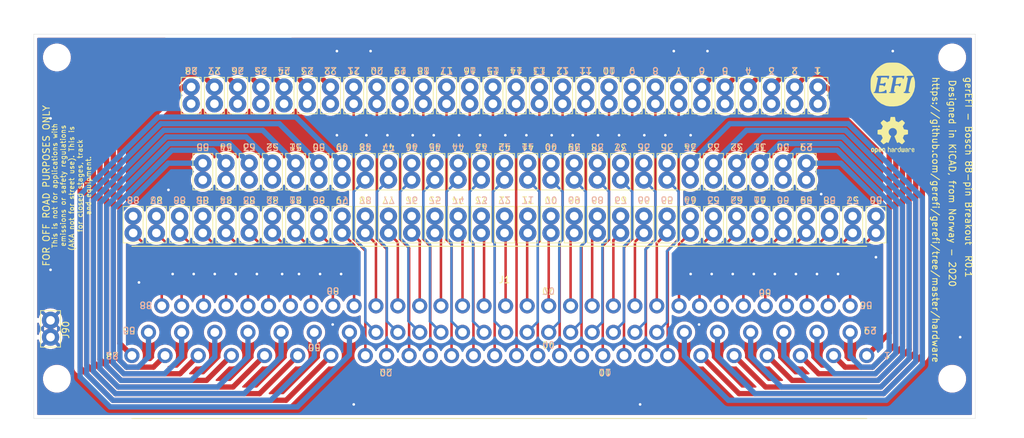
<source format=kicad_pcb>
(kicad_pcb (version 20171130) (host pcbnew "(5.1.5)-3")
  (title_block (title "88 Pin Vag Breakout") (date 2020-06-03) (rev R0.1) (company gerEFI) (comment 1 Snake____1))
  (layers (0 F.Cu signal) (31 B.Cu signal) (34 B.Paste user) (35 F.Paste user) (36 B.SilkS user) (37 F.SilkS user) (38 B.Mask user) (39 F.Mask user) (44 Edge.Cuts user))
  (net 0 "")
  (net 1 "Net-(J1-Pad1)")
  (net 2 "Net-(J1-Pad2)")
  (net 3 "Net-(J1-Pad3)")
  (net 4 "Net-(J1-Pad4)")
  (net 5 "Net-(J1-Pad5)")
  (net 6 "Net-(J1-Pad6)")
  (net 7 "Net-(J1-Pad7)")
  (net 8 "Net-(J1-Pad8)")
  (net 9 "Net-(J1-Pad9)")
  (net 10 "Net-(J1-Pad10)")
  (net 11 "Net-(J1-Pad11)")
  (net 12 "Net-(J1-Pad12)")
  (net 13 "Net-(J1-Pad13)")
  (net 14 "Net-(J1-Pad14)")
  (net 15 "Net-(J1-Pad15)")
  (net 16 "Net-(J1-Pad16)")
  (net 17 "Net-(J1-Pad17)")
  (net 18 "Net-(J1-Pad18)")
  (net 19 "Net-(J1-Pad19)")
  (net 20 "Net-(J1-Pad20)")
  (net 21 "Net-(J1-Pad21)")
  (net 22 "Net-(J1-Pad22)")
  (net 23 "Net-(J1-Pad23)")
  (net 24 "Net-(J1-Pad24)")
  (net 25 "Net-(J1-Pad25)")
  (net 26 "Net-(J1-Pad26)")
  (net 27 "Net-(J1-Pad27)")
  (net 28 "Net-(J1-Pad28)")
  (net 29 "Net-(J1-Pad29)")
  (net 30 "Net-(J1-Pad30)")
  (net 31 "Net-(J1-Pad31)")
  (net 32 "Net-(J1-Pad32)")
  (net 33 "Net-(J1-Pad33)")
  (net 34 "Net-(J1-Pad34)")
  (net 35 "Net-(J1-Pad35)")
  (net 36 "Net-(J1-Pad36)")
  (net 37 "Net-(J1-Pad37)")
  (net 38 "Net-(J1-Pad38)")
  (net 39 "Net-(J1-Pad39)")
  (net 40 "Net-(J1-Pad40)")
  (net 41 "Net-(J1-Pad41)")
  (net 42 "Net-(J1-Pad42)")
  (net 43 "Net-(J1-Pad43)")
  (net 44 "Net-(J1-Pad44)")
  (net 45 "Net-(J1-Pad45)")
  (net 46 "Net-(J1-Pad46)")
  (net 47 "Net-(J1-Pad47)")
  (net 48 "Net-(J1-Pad48)")
  (net 49 "Net-(J1-Pad49)")
  (net 50 "Net-(J1-Pad50)")
  (net 51 "Net-(J1-Pad51)")
  (net 52 "Net-(J1-Pad52)")
  (net 53 "Net-(J1-Pad53)")
  (net 54 "Net-(J1-Pad54)")
  (net 55 "Net-(J1-Pad55)")
  (net 56 "Net-(J1-Pad56)")
  (net 57 "Net-(J1-Pad57)")
  (net 58 "Net-(J1-Pad58)")
  (net 59 "Net-(J1-Pad59)")
  (net 60 "Net-(J1-Pad60)")
  (net 61 "Net-(J1-Pad61)")
  (net 62 "Net-(J1-Pad62)")
  (net 63 "Net-(J1-Pad63)")
  (net 64 "Net-(J1-Pad64)")
  (net 65 "Net-(J1-Pad65)")
  (net 66 "Net-(J1-Pad66)")
  (net 67 "Net-(J1-Pad67)")
  (net 68 "Net-(J1-Pad68)")
  (net 69 "Net-(J1-Pad69)")
  (net 70 "Net-(J1-Pad70)")
  (net 71 "Net-(J1-Pad71)")
  (net 72 "Net-(J1-Pad72)")
  (net 73 "Net-(J1-Pad73)")
  (net 74 "Net-(J1-Pad74)")
  (net 75 "Net-(J1-Pad75)")
  (net 76 "Net-(J1-Pad76)")
  (net 77 "Net-(J1-Pad77)")
  (net 78 "Net-(J1-Pad78)")
  (net 79 "Net-(J1-Pad79)")
  (net 80 "Net-(J1-Pad80)")
  (net 81 "Net-(J1-Pad81)")
  (net 82 "Net-(J1-Pad82)")
  (net 83 "Net-(J1-Pad83)")
  (net 84 "Net-(J1-Pad84)")
  (net 85 "Net-(J1-Pad85)")
  (net 86 "Net-(J1-Pad86)")
  (net 87 "Net-(J1-Pad87)")
  (net 88 "Net-(J1-Pad88)")
  (net 89 GND)
  (module Symbol:OSHW-Logo2_7.3x6mm_SilkScreen (layer F.Cu) (at 204.54 90.24)
    (fp_text reference LOGO1 hide)
    (fp_text value Logo_Open_Hardware_Small hide)
  )
  (module TestPoint:TestPoint_Bridge_Pitch2.54mm_Drill1.3mm (layer F.Cu) (at 77.54 120.72 90)
    (fp_text reference J90 (at 1.1 2.3 90) (layer F.SilkS))
    (fp_text value GND)
    (pad 1 thru_hole circle (at 2.54 0 90) (size 2.6 2.6) (drill 1.3) (layers *.Cu *.Mask) (net 89 GND))
    (pad 1 thru_hole circle (at 0 0 90) (size 2.6 2.6) (drill 1.3) (layers *.Cu *.Mask) (net 89 GND))
  )
  (module gerefi_lib:Off_Road_Disclaimer (layer F.Cu) (at 80.08 97.86 90)
    (fp_text reference G2 hide)
    (fp_text value Disclaimer hide)
    (fp_text user "FOR OFF ROAD PURPOSES ONLY" (at 0 -3.175 90) (layer F.SilkS))
    (fp_text user "This is not for applications with" (at 0 -1.905 90) (layer F.SilkS) (effects (font (size 0.762 0.762) (thickness 0.127))))
    (fp_text user "emissions or safety regulations" (at 0 -0.635 90) (layer F.SilkS) (effects (font (size 0.762 0.762) (thickness 0.127))))
    (fp_text user "(AKA not for street use). This is " (at -0.127 0.635 90) (layer F.SilkS) (effects (font (size 0.762 0.762) (thickness 0.127))))
    (fp_text user "for closed stages, track" (at 0 1.905 90) (layer F.SilkS) (effects (font (size 0.762 0.762) (thickness 0.127))))
    (fp_text user "and equipment." (at 0 3.175 90) (layer F.SilkS) (effects (font (size 0.762 0.762) (thickness 0.127))))
  )
  (module gerefi_lib:LOGO (layer F.Cu) (at 204.54 82.62)
    (fp_text reference G1 hide)
    (fp_text value LOGO hide)
  )
  (module gerefi_lib:BOSCH-88pin (layer F.Cu) (at 146 123.5 180)
    (fp_text reference J1 (at 0 11.43) (layer F.SilkS))
    (fp_text value BOSCH_88PIN_02X44)
    (pad 1 thru_hole circle (at -54.61 0 180) (size 2.286 2.286) (drill 1.321) (layers *.Cu *.Mask) (net 1 "Net-(J1-Pad1)"))
    (pad 2 thru_hole circle (at -49.61 0 180) (size 2.286 2.286) (drill 1.321) (layers *.Cu *.Mask) (net 2 "Net-(J1-Pad2)"))
    (pad 3 thru_hole circle (at -44.61 0 180) (size 2.286 2.286) (drill 1.321) (layers *.Cu *.Mask) (net 3 "Net-(J1-Pad3)"))
    (pad 4 thru_hole circle (at -39.61 0 180) (size 2.286 2.286) (drill 1.321) (layers *.Cu *.Mask) (net 4 "Net-(J1-Pad4)"))
    (pad 5 thru_hole circle (at -34.61 0 180) (size 2.286 2.286) (drill 1.321) (layers *.Cu *.Mask) (net 5 "Net-(J1-Pad5)"))
    (pad 6 thru_hole circle (at -29.61 0 180) (size 2.286 2.286) (drill 1.321) (layers *.Cu *.Mask) (net 6 "Net-(J1-Pad6)"))
    (pad 7 thru_hole circle (at -24.61 0 180) (size 2.286 2.286) (drill 1.321) (layers *.Cu *.Mask) (net 7 "Net-(J1-Pad7)"))
    (pad 8 thru_hole circle (at -21.31 0 180) (size 2.286 2.286) (drill 1.321) (layers *.Cu *.Mask) (net 8 "Net-(J1-Pad8)"))
    (pad 9 thru_hole circle (at -18.01 0 180) (size 2.286 2.286) (drill 1.321) (layers *.Cu *.Mask) (net 9 "Net-(J1-Pad9)"))
    (pad 10 thru_hole circle (at -14.81 0 180) (size 2.286 2.286) (drill 1.321) (layers *.Cu *.Mask) (net 10 "Net-(J1-Pad10)"))
    (pad 11 thru_hole circle (at -11.61 0 180) (size 2.286 2.286) (drill 1.321) (layers *.Cu *.Mask) (net 11 "Net-(J1-Pad11)"))
    (pad 12 thru_hole circle (at -8.31 0 180) (size 2.286 2.286) (drill 1.321) (layers *.Cu *.Mask) (net 12 "Net-(J1-Pad12)"))
    (pad 13 thru_hole circle (at -5.01 0 180) (size 2.286 2.286) (drill 1.321) (layers *.Cu *.Mask) (net 13 "Net-(J1-Pad13)"))
    (pad 14 thru_hole circle (at -1.81 0 180) (size 2.286 2.286) (drill 1.321) (layers *.Cu *.Mask) (net 14 "Net-(J1-Pad14)"))
    (pad 15 thru_hole circle (at 1.49 0 180) (size 2.286 2.286) (drill 1.321) (layers *.Cu *.Mask) (net 15 "Net-(J1-Pad15)"))
    (pad 16 thru_hole circle (at 4.69 0 180) (size 2.286 2.286) (drill 1.321) (layers *.Cu *.Mask) (net 16 "Net-(J1-Pad16)"))
    (pad 17 thru_hole circle (at 7.99 0 180) (size 2.286 2.286) (drill 1.321) (layers *.Cu *.Mask) (net 17 "Net-(J1-Pad17)"))
    (pad 18 thru_hole circle (at 11.19 0 180) (size 2.286 2.286) (drill 1.321) (layers *.Cu *.Mask) (net 18 "Net-(J1-Pad18)"))
    (pad 19 thru_hole circle (at 14.39 0 180) (size 2.286 2.286) (drill 1.321) (layers *.Cu *.Mask) (net 19 "Net-(J1-Pad19)"))
    (pad 20 thru_hole circle (at 17.79 0 180) (size 2.286 2.286) (drill 1.321) (layers *.Cu *.Mask) (net 20 "Net-(J1-Pad20)"))
    (pad 21 thru_hole circle (at 20.99 0 180) (size 2.286 2.286) (drill 1.321) (layers *.Cu *.Mask) (net 21 "Net-(J1-Pad21)"))
    (pad 22 thru_hole circle (at 26.19 0 180) (size 2.286 2.286) (drill 1.321) (layers *.Cu *.Mask) (net 22 "Net-(J1-Pad22)"))
    (pad 23 thru_hole circle (at 31.19 0 180) (size 2.286 2.286) (drill 1.321) (layers *.Cu *.Mask) (net 23 "Net-(J1-Pad23)"))
    (pad 24 thru_hole circle (at 36.19 0 180) (size 2.286 2.286) (drill 1.321) (layers *.Cu *.Mask) (net 24 "Net-(J1-Pad24)"))
    (pad 25 thru_hole circle (at 41.19 0 180) (size 2.286 2.286) (drill 1.321) (layers *.Cu *.Mask) (net 25 "Net-(J1-Pad25)"))
    (pad 26 thru_hole circle (at 46.19 0 180) (size 2.286 2.286) (drill 1.321) (layers *.Cu *.Mask) (net 26 "Net-(J1-Pad26)"))
    (pad 27 thru_hole circle (at 51.19 0 180) (size 2.286 2.286) (drill 1.321) (layers *.Cu *.Mask) (net 27 "Net-(J1-Pad27)"))
    (pad 28 thru_hole circle (at 56.19 0 180) (size 2.286 2.286) (drill 1.321) (layers *.Cu *.Mask) (net 28 "Net-(J1-Pad28)"))
    (pad 29 thru_hole circle (at -52.11 3.5 180) (size 2.286 2.286) (drill 1.321) (layers *.Cu *.Mask) (net 29 "Net-(J1-Pad29)"))
    (pad 30 thru_hole circle (at -47.11 3.5 180) (size 2.286 2.286) (drill 1.321) (layers *.Cu *.Mask) (net 30 "Net-(J1-Pad30)"))
    (pad 31 thru_hole circle (at -42.11 3.5 180) (size 2.286 2.286) (drill 1.321) (layers *.Cu *.Mask) (net 31 "Net-(J1-Pad31)"))
    (pad 32 thru_hole circle (at -37.11 3.5 180) (size 2.286 2.286) (drill 1.321) (layers *.Cu *.Mask) (net 32 "Net-(J1-Pad32)"))
    (pad 33 thru_hole circle (at -32.11 3.5 180) (size 2.286 2.286) (drill 1.321) (layers *.Cu *.Mask) (net 33 "Net-(J1-Pad33)"))
    (pad 34 thru_hole circle (at -27.11 3.5 180) (size 2.286 2.286) (drill 1.321) (layers *.Cu *.Mask) (net 34 "Net-(J1-Pad34)"))
    (pad 35 thru_hole circle (at -22.96 3.5 180) (size 2.286 2.286) (drill 1.321) (layers *.Cu *.Mask) (net 35 "Net-(J1-Pad35)"))
    (pad 36 thru_hole circle (at -19.66 3.5 180) (size 2.286 2.286) (drill 1.321) (layers *.Cu *.Mask) (net 36 "Net-(J1-Pad36)"))
    (pad 37 thru_hole circle (at -16.41 3.5 180) (size 2.286 2.286) (drill 1.321) (layers *.Cu *.Mask) (net 37 "Net-(J1-Pad37)"))
    (pad 38 thru_hole circle (at -13.21 3.5 180) (size 2.286 2.286) (drill 1.321) (layers *.Cu *.Mask) (net 38 "Net-(J1-Pad38)"))
    (pad 39 thru_hole circle (at -9.96 3.5 180) (size 2.286 2.286) (drill 1.321) (layers *.Cu *.Mask) (net 39 "Net-(J1-Pad39)"))
    (pad 40 thru_hole circle (at -6.66 3.5 180) (size 2.286 2.286) (drill 1.321) (layers *.Cu *.Mask) (net 40 "Net-(J1-Pad40)"))
    (pad 41 thru_hole circle (at -3.41 3.5 180) (size 2.286 2.286) (drill 1.321) (layers *.Cu *.Mask) (net 41 "Net-(J1-Pad41)"))
    (pad 42 thru_hole circle (at -0.16 3.5 180) (size 2.286 2.286) (drill 1.321) (layers *.Cu *.Mask) (net 42 "Net-(J1-Pad42)"))
    (pad 43 thru_hole circle (at 3.09 3.5 180) (size 2.286 2.286) (drill 1.321) (layers *.Cu *.Mask) (net 43 "Net-(J1-Pad43)"))
    (pad 44 thru_hole circle (at 6.34 3.5 180) (size 2.286 2.286) (drill 1.321) (layers *.Cu *.Mask) (net 44 "Net-(J1-Pad44)"))
    (pad 45 thru_hole circle (at 9.59 3.5 180) (size 2.286 2.286) (drill 1.321) (layers *.Cu *.Mask) (net 45 "Net-(J1-Pad45)"))
    (pad 46 thru_hole circle (at 12.79 3.5 180) (size 2.286 2.286) (drill 1.321) (layers *.Cu *.Mask) (net 46 "Net-(J1-Pad46)"))
    (pad 47 thru_hole circle (at 16.09 3.5 180) (size 2.286 2.286) (drill 1.321) (layers *.Cu *.Mask) (net 47 "Net-(J1-Pad47)"))
    (pad 48 thru_hole circle (at 19.39 3.5 180) (size 2.286 2.286) (drill 1.321) (layers *.Cu *.Mask) (net 48 "Net-(J1-Pad48)"))
    (pad 49 thru_hole circle (at 23.39 3.5 180) (size 2.286 2.286) (drill 1.321) (layers *.Cu *.Mask) (net 49 "Net-(J1-Pad49)"))
    (pad 50 thru_hole circle (at 28.69 3.5 180) (size 2.286 2.286) (drill 1.321) (layers *.Cu *.Mask) (net 50 "Net-(J1-Pad50)"))
    (pad 51 thru_hole circle (at 33.69 3.5 180) (size 2.286 2.286) (drill 1.321) (layers *.Cu *.Mask) (net 51 "Net-(J1-Pad51)"))
    (pad 52 thru_hole circle (at 38.69 3.5 180) (size 2.286 2.286) (drill 1.321) (layers *.Cu *.Mask) (net 52 "Net-(J1-Pad52)"))
    (pad 53 thru_hole circle (at 43.69 3.5 180) (size 2.286 2.286) (drill 1.321) (layers *.Cu *.Mask) (net 53 "Net-(J1-Pad53)"))
    (pad 54 thru_hole circle (at 48.69 3.5 180) (size 2.286 2.286) (drill 1.321) (layers *.Cu *.Mask) (net 54 "Net-(J1-Pad54)"))
    (pad 55 thru_hole circle (at 53.69 3.5 180) (size 2.286 2.286) (drill 1.321) (layers *.Cu *.Mask) (net 55 "Net-(J1-Pad55)"))
    (pad 56 thru_hole circle (at -52.11 7.5 180) (size 2.286 2.286) (drill 1.321) (layers *.Cu *.Mask) (net 56 "Net-(J1-Pad56)"))
    (pad 57 thru_hole circle (at -48.81 7.5 180) (size 2.286 2.286) (drill 1.321) (layers *.Cu *.Mask) (net 57 "Net-(J1-Pad57)"))
    (pad 58 thru_hole circle (at -45.61 7.5 180) (size 2.286 2.286) (drill 1.321) (layers *.Cu *.Mask) (net 58 "Net-(J1-Pad58)"))
    (pad 59 thru_hole circle (at -42.51 7.5 180) (size 2.286 2.286) (drill 1.321) (layers *.Cu *.Mask) (net 59 "Net-(J1-Pad59)"))
    (pad 60 thru_hole circle (at -39.31 7.5 180) (size 2.286 2.286) (drill 1.321) (layers *.Cu *.Mask) (net 60 "Net-(J1-Pad60)"))
    (pad 61 thru_hole circle (at -36.01 7.5 180) (size 2.286 2.286) (drill 1.321) (layers *.Cu *.Mask) (net 61 "Net-(J1-Pad61)"))
    (pad 62 thru_hole circle (at -32.71 7.5 180) (size 2.286 2.286) (drill 1.321) (layers *.Cu *.Mask) (net 62 "Net-(J1-Pad62)"))
    (pad 63 thru_hole circle (at -29.41 7.5 180) (size 2.286 2.286) (drill 1.321) (layers *.Cu *.Mask) (net 63 "Net-(J1-Pad63)"))
    (pad 64 thru_hole circle (at -26.31 7.5 180) (size 2.286 2.286) (drill 1.321) (layers *.Cu *.Mask) (net 64 "Net-(J1-Pad64)"))
    (pad 65 thru_hole circle (at -22.96 7.5 180) (size 2.286 2.286) (drill 1.321) (layers *.Cu *.Mask) (net 65 "Net-(J1-Pad65)"))
    (pad 66 thru_hole circle (at -19.66 7.5 180) (size 2.286 2.286) (drill 1.321) (layers *.Cu *.Mask) (net 66 "Net-(J1-Pad66)"))
    (pad 67 thru_hole circle (at -16.41 7.5 180) (size 2.286 2.286) (drill 1.321) (layers *.Cu *.Mask) (net 67 "Net-(J1-Pad67)"))
    (pad 68 thru_hole circle (at -13.21 7.5 180) (size 2.286 2.286) (drill 1.321) (layers *.Cu *.Mask) (net 68 "Net-(J1-Pad68)"))
    (pad 69 thru_hole circle (at -9.96 7.5 180) (size 2.286 2.286) (drill 1.321) (layers *.Cu *.Mask) (net 69 "Net-(J1-Pad69)"))
    (pad 70 thru_hole circle (at -6.66 7.5 180) (size 2.286 2.286) (drill 1.321) (layers *.Cu *.Mask) (net 70 "Net-(J1-Pad70)"))
    (pad 71 thru_hole circle (at -3.41 7.5 180) (size 2.286 2.286) (drill 1.321) (layers *.Cu *.Mask) (net 71 "Net-(J1-Pad71)"))
    (pad 72 thru_hole circle (at -0.16 7.5 180) (size 2.286 2.286) (drill 1.321) (layers *.Cu *.Mask) (net 72 "Net-(J1-Pad72)"))
    (pad 73 thru_hole circle (at 3.09 7.5 180) (size 2.286 2.286) (drill 1.321) (layers *.Cu *.Mask) (net 73 "Net-(J1-Pad73)"))
    (pad 74 thru_hole circle (at 6.34 7.5 180) (size 2.286 2.286) (drill 1.321) (layers *.Cu *.Mask) (net 74 "Net-(J1-Pad74)"))
    (pad 75 thru_hole circle (at 9.59 7.5 180) (size 2.286 2.286) (drill 1.321) (layers *.Cu *.Mask) (net 75 "Net-(J1-Pad75)"))
    (pad 76 thru_hole circle (at 12.79 7.5 180) (size 2.286 2.286) (drill 1.321) (layers *.Cu *.Mask) (net 76 "Net-(J1-Pad76)"))
    (pad 77 thru_hole circle (at 16.09 7.5 180) (size 2.286 2.286) (drill 1.321) (layers *.Cu *.Mask) (net 77 "Net-(J1-Pad77)"))
    (pad 78 thru_hole circle (at 19.39 7.5 180) (size 2.286 2.286) (drill 1.321) (layers *.Cu *.Mask) (net 78 "Net-(J1-Pad78)"))
    (pad 79 thru_hole circle (at 22.69 7.5 180) (size 2.286 2.286) (drill 1.321) (layers *.Cu *.Mask) (net 79 "Net-(J1-Pad79)"))
    (pad 80 thru_hole circle (at 25.89 7.5 180) (size 2.286 2.286) (drill 1.321) (layers *.Cu *.Mask) (net 80 "Net-(J1-Pad80)"))
    (pad 81 thru_hole circle (at 29.19 7.5 180) (size 2.286 2.286) (drill 1.321) (layers *.Cu *.Mask) (net 81 "Net-(J1-Pad81)"))
    (pad 82 thru_hole circle (at 32.29 7.5 180) (size 2.286 2.286) (drill 1.321) (layers *.Cu *.Mask) (net 82 "Net-(J1-Pad82)"))
    (pad 83 thru_hole circle (at 35.59 7.5 180) (size 2.286 2.286) (drill 1.321) (layers *.Cu *.Mask) (net 83 "Net-(J1-Pad83)"))
    (pad 84 thru_hole circle (at 38.69 7.5 180) (size 2.286 2.286) (drill 1.321) (layers *.Cu *.Mask) (net 84 "Net-(J1-Pad84)"))
    (pad 85 thru_hole circle (at 41.99 7.5 180) (size 2.286 2.286) (drill 1.321) (layers *.Cu *.Mask) (net 85 "Net-(J1-Pad85)"))
    (pad 86 thru_hole circle (at 45.39 7.5 180) (size 2.286 2.286) (drill 1.321) (layers *.Cu *.Mask) (net 86 "Net-(J1-Pad86)"))
    (pad 87 thru_hole circle (at 48.69 7.5 180) (size 2.286 2.286) (drill 1.321) (layers *.Cu *.Mask) (net 87 "Net-(J1-Pad87)"))
    (pad 88 thru_hole circle (at 51.69 7.5 180) (size 2.286 2.286) (drill 1.321) (layers *.Cu *.Mask) (net 88 "Net-(J1-Pad88)"))
  )
  (module TestPoint:TestPoint_Bridge_Pitch2.54mm_Drill1.3mm (layer F.Cu) (at 193.25 85.5 90)
    (fp_text reference J2 hide)
    (fp_text value Pin1)
    (pad 1 thru_hole circle (at 0 0 90) (size 2.6 2.6) (drill 1.3) (layers *.Cu *.Mask) (net 1 "Net-(J1-Pad1)"))
    (pad 1 thru_hole circle (at 2.54 0 90) (size 2.6 2.6) (drill 1.3) (layers *.Cu *.Mask) (net 1 "Net-(J1-Pad1)"))
  )
  (module TestPoint:TestPoint_Bridge_Pitch2.54mm_Drill1.3mm (layer F.Cu) (at 186.25 85.5 90)
    (fp_text reference J3 hide)
    (fp_text value Pin3)
    (pad 1 thru_hole circle (at 2.54 0 90) (size 2.6 2.6) (drill 1.3) (layers *.Cu *.Mask) (net 3 "Net-(J1-Pad3)"))
    (pad 1 thru_hole circle (at 0 0 90) (size 2.6 2.6) (drill 1.3) (layers *.Cu *.Mask) (net 3 "Net-(J1-Pad3)"))
  )
  (module TestPoint:TestPoint_Bridge_Pitch2.54mm_Drill1.3mm (layer F.Cu) (at 179.25 85.5 90)
    (fp_text reference J4 hide)
    (fp_text value Pin5)
    (pad 1 thru_hole circle (at 0 0 90) (size 2.6 2.6) (drill 1.3) (layers *.Cu *.Mask) (net 5 "Net-(J1-Pad5)"))
    (pad 1 thru_hole circle (at 2.54 0 90) (size 2.6 2.6) (drill 1.3) (layers *.Cu *.Mask) (net 5 "Net-(J1-Pad5)"))
  )
  (module TestPoint:TestPoint_Bridge_Pitch2.54mm_Drill1.3mm (layer F.Cu) (at 172.25 85.5 90)
    (fp_text reference J5 hide)
    (fp_text value Pin7)
    (pad 1 thru_hole circle (at 2.54 0 90) (size 2.6 2.6) (drill 1.3) (layers *.Cu *.Mask) (net 7 "Net-(J1-Pad7)"))
    (pad 1 thru_hole circle (at 0 0 90) (size 2.6 2.6) (drill 1.3) (layers *.Cu *.Mask) (net 7 "Net-(J1-Pad7)"))
  )
  (module TestPoint:TestPoint_Bridge_Pitch2.54mm_Drill1.3mm (layer F.Cu) (at 165.25 85.5 90)
    (fp_text reference J6 hide)
    (fp_text value Pin9)
    (pad 1 thru_hole circle (at 0 0 90) (size 2.6 2.6) (drill 1.3) (layers *.Cu *.Mask) (net 9 "Net-(J1-Pad9)"))
    (pad 1 thru_hole circle (at 2.54 0 90) (size 2.6 2.6) (drill 1.3) (layers *.Cu *.Mask) (net 9 "Net-(J1-Pad9)"))
  )
  (module TestPoint:TestPoint_Bridge_Pitch2.54mm_Drill1.3mm (layer F.Cu) (at 158.25 85.5 90)
    (fp_text reference J7 hide)
    (fp_text value Pin11)
    (pad 1 thru_hole circle (at 0 0 90) (size 2.6 2.6) (drill 1.3) (layers *.Cu *.Mask) (net 11 "Net-(J1-Pad11)"))
    (pad 1 thru_hole circle (at 2.54 0 90) (size 2.6 2.6) (drill 1.3) (layers *.Cu *.Mask) (net 11 "Net-(J1-Pad11)"))
  )
  (module TestPoint:TestPoint_Bridge_Pitch2.54mm_Drill1.3mm (layer F.Cu) (at 151.25 85.5 90)
    (fp_text reference J8 hide)
    (fp_text value Pin13)
    (pad 1 thru_hole circle (at 2.54 0 90) (size 2.6 2.6) (drill 1.3) (layers *.Cu *.Mask) (net 13 "Net-(J1-Pad13)"))
    (pad 1 thru_hole circle (at 0 0 90) (size 2.6 2.6) (drill 1.3) (layers *.Cu *.Mask) (net 13 "Net-(J1-Pad13)"))
  )
  (module TestPoint:TestPoint_Bridge_Pitch2.54mm_Drill1.3mm (layer F.Cu) (at 144.25 85.5 90)
    (fp_text reference J9 hide)
    (fp_text value Pin15)
    (pad 1 thru_hole circle (at 0 0 90) (size 2.6 2.6) (drill 1.3) (layers *.Cu *.Mask) (net 15 "Net-(J1-Pad15)"))
    (pad 1 thru_hole circle (at 2.54 0 90) (size 2.6 2.6) (drill 1.3) (layers *.Cu *.Mask) (net 15 "Net-(J1-Pad15)"))
  )
  (module TestPoint:TestPoint_Bridge_Pitch2.54mm_Drill1.3mm (layer F.Cu) (at 137.25 85.5 90)
    (fp_text reference J10 hide)
    (fp_text value Pin17)
    (pad 1 thru_hole circle (at 2.54 0 90) (size 2.6 2.6) (drill 1.3) (layers *.Cu *.Mask) (net 17 "Net-(J1-Pad17)"))
    (pad 1 thru_hole circle (at 0 0 90) (size 2.6 2.6) (drill 1.3) (layers *.Cu *.Mask) (net 17 "Net-(J1-Pad17)"))
  )
  (module TestPoint:TestPoint_Bridge_Pitch2.54mm_Drill1.3mm (layer F.Cu) (at 130.25 85.5 90)
    (fp_text reference J11 hide)
    (fp_text value Pin19)
    (pad 1 thru_hole circle (at 0 0 90) (size 2.6 2.6) (drill 1.3) (layers *.Cu *.Mask) (net 19 "Net-(J1-Pad19)"))
    (pad 1 thru_hole circle (at 2.54 0 90) (size 2.6 2.6) (drill 1.3) (layers *.Cu *.Mask) (net 19 "Net-(J1-Pad19)"))
  )
  (module TestPoint:TestPoint_Bridge_Pitch2.54mm_Drill1.3mm (layer F.Cu) (at 123.25 85.5 90)
    (fp_text reference J12 hide)
    (fp_text value Pin21)
    (pad 1 thru_hole circle (at 0 0 90) (size 2.6 2.6) (drill 1.3) (layers *.Cu *.Mask) (net 21 "Net-(J1-Pad21)"))
    (pad 1 thru_hole circle (at 2.54 0 90) (size 2.6 2.6) (drill 1.3) (layers *.Cu *.Mask) (net 21 "Net-(J1-Pad21)"))
  )
  (module TestPoint:TestPoint_Bridge_Pitch2.54mm_Drill1.3mm (layer F.Cu) (at 116.25 85.5 90)
    (fp_text reference J13 hide)
    (fp_text value Pin23)
    (pad 1 thru_hole circle (at 0 0 90) (size 2.6 2.6) (drill 1.3) (layers *.Cu *.Mask) (net 23 "Net-(J1-Pad23)"))
    (pad 1 thru_hole circle (at 2.54 0 90) (size 2.6 2.6) (drill 1.3) (layers *.Cu *.Mask) (net 23 "Net-(J1-Pad23)"))
  )
  (module TestPoint:TestPoint_Bridge_Pitch2.54mm_Drill1.3mm (layer F.Cu) (at 109.25 85.5 90)
    (fp_text reference J14 hide)
    (fp_text value Pin25)
    (pad 1 thru_hole circle (at 2.54 0 90) (size 2.6 2.6) (drill 1.3) (layers *.Cu *.Mask) (net 25 "Net-(J1-Pad25)"))
    (pad 1 thru_hole circle (at 0 0 90) (size 2.6 2.6) (drill 1.3) (layers *.Cu *.Mask) (net 25 "Net-(J1-Pad25)"))
  )
  (module TestPoint:TestPoint_Bridge_Pitch2.54mm_Drill1.3mm (layer F.Cu) (at 102.25 85.5 90)
    (fp_text reference J15 hide)
    (fp_text value Pin27)
    (pad 1 thru_hole circle (at 0 0 90) (size 2.6 2.6) (drill 1.3) (layers *.Cu *.Mask) (net 27 "Net-(J1-Pad27)"))
    (pad 1 thru_hole circle (at 2.54 0 90) (size 2.6 2.6) (drill 1.3) (layers *.Cu *.Mask) (net 27 "Net-(J1-Pad27)"))
  )
  (module TestPoint:TestPoint_Bridge_Pitch2.54mm_Drill1.3mm (layer F.Cu) (at 191.5 97 90)
    (fp_text reference J16 hide)
    (fp_text value Pin29)
    (pad 1 thru_hole circle (at 2.54 0 90) (size 2.6 2.6) (drill 1.3) (layers *.Cu *.Mask) (net 29 "Net-(J1-Pad29)"))
    (pad 1 thru_hole circle (at 0 0 90) (size 2.6 2.6) (drill 1.3) (layers *.Cu *.Mask) (net 29 "Net-(J1-Pad29)"))
  )
  (module TestPoint:TestPoint_Bridge_Pitch2.54mm_Drill1.3mm (layer F.Cu) (at 184.5 97 90)
    (fp_text reference J17 hide)
    (fp_text value Pin31)
    (pad 1 thru_hole circle (at 0 0 90) (size 2.6 2.6) (drill 1.3) (layers *.Cu *.Mask) (net 31 "Net-(J1-Pad31)"))
    (pad 1 thru_hole circle (at 2.54 0 90) (size 2.6 2.6) (drill 1.3) (layers *.Cu *.Mask) (net 31 "Net-(J1-Pad31)"))
  )
  (module TestPoint:TestPoint_Bridge_Pitch2.54mm_Drill1.3mm (layer F.Cu) (at 177.5 97 90)
    (fp_text reference J18 hide)
    (fp_text value Pin33)
    (pad 1 thru_hole circle (at 2.54 0 90) (size 2.6 2.6) (drill 1.3) (layers *.Cu *.Mask) (net 33 "Net-(J1-Pad33)"))
    (pad 1 thru_hole circle (at 0 0 90) (size 2.6 2.6) (drill 1.3) (layers *.Cu *.Mask) (net 33 "Net-(J1-Pad33)"))
  )
  (module TestPoint:TestPoint_Bridge_Pitch2.54mm_Drill1.3mm (layer F.Cu) (at 170.5 97 90)
    (fp_text reference J19 hide)
    (fp_text value Pin35)
    (pad 1 thru_hole circle (at 0 0 90) (size 2.6 2.6) (drill 1.3) (layers *.Cu *.Mask) (net 35 "Net-(J1-Pad35)"))
    (pad 1 thru_hole circle (at 2.54 0 90) (size 2.6 2.6) (drill 1.3) (layers *.Cu *.Mask) (net 35 "Net-(J1-Pad35)"))
  )
  (module TestPoint:TestPoint_Bridge_Pitch2.54mm_Drill1.3mm (layer F.Cu) (at 163.5 97 90)
    (fp_text reference J20 hide)
    (fp_text value Pin37)
    (pad 1 thru_hole circle (at 2.54 0 90) (size 2.6 2.6) (drill 1.3) (layers *.Cu *.Mask) (net 37 "Net-(J1-Pad37)"))
    (pad 1 thru_hole circle (at 0 0 90) (size 2.6 2.6) (drill 1.3) (layers *.Cu *.Mask) (net 37 "Net-(J1-Pad37)"))
  )
  (module TestPoint:TestPoint_Bridge_Pitch2.54mm_Drill1.3mm (layer F.Cu) (at 156.5 97 90)
    (fp_text reference J21 hide)
    (fp_text value Pin39)
    (pad 1 thru_hole circle (at 0 0 90) (size 2.6 2.6) (drill 1.3) (layers *.Cu *.Mask) (net 39 "Net-(J1-Pad39)"))
    (pad 1 thru_hole circle (at 2.54 0 90) (size 2.6 2.6) (drill 1.3) (layers *.Cu *.Mask) (net 39 "Net-(J1-Pad39)"))
  )
  (module TestPoint:TestPoint_Bridge_Pitch2.54mm_Drill1.3mm (layer F.Cu) (at 149.5 97 90)
    (fp_text reference J22 hide)
    (fp_text value Pin41)
    (pad 1 thru_hole circle (at 2.54 0 90) (size 2.6 2.6) (drill 1.3) (layers *.Cu *.Mask) (net 41 "Net-(J1-Pad41)"))
    (pad 1 thru_hole circle (at 0 0 90) (size 2.6 2.6) (drill 1.3) (layers *.Cu *.Mask) (net 41 "Net-(J1-Pad41)"))
  )
  (module TestPoint:TestPoint_Bridge_Pitch2.54mm_Drill1.3mm (layer F.Cu) (at 142.5 97 90)
    (fp_text reference J23 hide)
    (fp_text value Pin43)
    (pad 1 thru_hole circle (at 2.54 0 90) (size 2.6 2.6) (drill 1.3) (layers *.Cu *.Mask) (net 43 "Net-(J1-Pad43)"))
    (pad 1 thru_hole circle (at 0 0 90) (size 2.6 2.6) (drill 1.3) (layers *.Cu *.Mask) (net 43 "Net-(J1-Pad43)"))
  )
  (module TestPoint:TestPoint_Bridge_Pitch2.54mm_Drill1.3mm (layer F.Cu) (at 135.5 97 90)
    (fp_text reference J24 hide)
    (fp_text value Pin45)
    (pad 1 thru_hole circle (at 0 0 90) (size 2.6 2.6) (drill 1.3) (layers *.Cu *.Mask) (net 45 "Net-(J1-Pad45)"))
    (pad 1 thru_hole circle (at 2.54 0 90) (size 2.6 2.6) (drill 1.3) (layers *.Cu *.Mask) (net 45 "Net-(J1-Pad45)"))
  )
  (module TestPoint:TestPoint_Bridge_Pitch2.54mm_Drill1.3mm (layer F.Cu) (at 128.5 97 90)
    (fp_text reference J25 hide)
    (fp_text value Pin47)
    (pad 1 thru_hole circle (at 2.54 0 90) (size 2.6 2.6) (drill 1.3) (layers *.Cu *.Mask) (net 47 "Net-(J1-Pad47)"))
    (pad 1 thru_hole circle (at 0 0 90) (size 2.6 2.6) (drill 1.3) (layers *.Cu *.Mask) (net 47 "Net-(J1-Pad47)"))
  )
  (module TestPoint:TestPoint_Bridge_Pitch2.54mm_Drill1.3mm (layer F.Cu) (at 121.5 97 90)
    (fp_text reference J26 hide)
    (fp_text value Pin49)
    (pad 1 thru_hole circle (at 0 0 90) (size 2.6 2.6) (drill 1.3) (layers *.Cu *.Mask) (net 49 "Net-(J1-Pad49)"))
    (pad 1 thru_hole circle (at 2.54 0 90) (size 2.6 2.6) (drill 1.3) (layers *.Cu *.Mask) (net 49 "Net-(J1-Pad49)"))
  )
  (module TestPoint:TestPoint_Bridge_Pitch2.54mm_Drill1.3mm (layer F.Cu) (at 114.5 97 90)
    (fp_text reference J27 hide)
    (fp_text value Pin51)
    (pad 1 thru_hole circle (at 2.54 0 90) (size 2.6 2.6) (drill 1.3) (layers *.Cu *.Mask) (net 51 "Net-(J1-Pad51)"))
    (pad 1 thru_hole circle (at 0 0 90) (size 2.6 2.6) (drill 1.3) (layers *.Cu *.Mask) (net 51 "Net-(J1-Pad51)"))
  )
  (module TestPoint:TestPoint_Bridge_Pitch2.54mm_Drill1.3mm (layer F.Cu) (at 107.5 97 90)
    (fp_text reference J28 hide)
    (fp_text value Pin53)
    (pad 1 thru_hole circle (at 0 0 90) (size 2.6 2.6) (drill 1.3) (layers *.Cu *.Mask) (net 53 "Net-(J1-Pad53)"))
    (pad 1 thru_hole circle (at 2.54 0 90) (size 2.6 2.6) (drill 1.3) (layers *.Cu *.Mask) (net 53 "Net-(J1-Pad53)"))
  )
  (module TestPoint:TestPoint_Bridge_Pitch2.54mm_Drill1.3mm (layer F.Cu) (at 100.5 97 90)
    (fp_text reference J29 hide)
    (fp_text value Pin55)
    (pad 1 thru_hole circle (at 2.54 0 90) (size 2.6 2.6) (drill 1.3) (layers *.Cu *.Mask) (net 55 "Net-(J1-Pad55)"))
    (pad 1 thru_hole circle (at 0 0 90) (size 2.6 2.6) (drill 1.3) (layers *.Cu *.Mask) (net 55 "Net-(J1-Pad55)"))
  )
  (module TestPoint:TestPoint_Bridge_Pitch2.54mm_Drill1.3mm (layer F.Cu) (at 198.5 105 90)
    (fp_text reference J30 hide)
    (fp_text value Pin57)
    (pad 1 thru_hole circle (at 0 0 90) (size 2.6 2.6) (drill 1.3) (layers *.Cu *.Mask) (net 57 "Net-(J1-Pad57)"))
    (pad 1 thru_hole circle (at 2.54 0 90) (size 2.6 2.6) (drill 1.3) (layers *.Cu *.Mask) (net 57 "Net-(J1-Pad57)"))
  )
  (module TestPoint:TestPoint_Bridge_Pitch2.54mm_Drill1.3mm (layer F.Cu) (at 191.5 105 90)
    (fp_text reference J31 hide)
    (fp_text value Pin59)
    (pad 1 thru_hole circle (at 2.54 0 90) (size 2.6 2.6) (drill 1.3) (layers *.Cu *.Mask) (net 59 "Net-(J1-Pad59)"))
    (pad 1 thru_hole circle (at 0 0 90) (size 2.6 2.6) (drill 1.3) (layers *.Cu *.Mask) (net 59 "Net-(J1-Pad59)"))
  )
  (module TestPoint:TestPoint_Bridge_Pitch2.54mm_Drill1.3mm (layer F.Cu) (at 184.5 105 90)
    (fp_text reference J32 hide)
    (fp_text value Pin61)
    (pad 1 thru_hole circle (at 0 0 90) (size 2.6 2.6) (drill 1.3) (layers *.Cu *.Mask) (net 61 "Net-(J1-Pad61)"))
    (pad 1 thru_hole circle (at 2.54 0 90) (size 2.6 2.6) (drill 1.3) (layers *.Cu *.Mask) (net 61 "Net-(J1-Pad61)"))
  )
  (module TestPoint:TestPoint_Bridge_Pitch2.54mm_Drill1.3mm (layer F.Cu) (at 177.5 105 90)
    (fp_text reference J33 hide)
    (fp_text value Pin63)
    (pad 1 thru_hole circle (at 2.54 0 90) (size 2.6 2.6) (drill 1.3) (layers *.Cu *.Mask) (net 63 "Net-(J1-Pad63)"))
    (pad 1 thru_hole circle (at 0 0 90) (size 2.6 2.6) (drill 1.3) (layers *.Cu *.Mask) (net 63 "Net-(J1-Pad63)"))
  )
  (module TestPoint:TestPoint_Bridge_Pitch2.54mm_Drill1.3mm (layer F.Cu) (at 170.5 105 90)
    (fp_text reference J34 hide)
    (fp_text value Pin65)
    (pad 1 thru_hole circle (at 2.54 0 90) (size 2.6 2.6) (drill 1.3) (layers *.Cu *.Mask) (net 65 "Net-(J1-Pad65)"))
    (pad 1 thru_hole circle (at 0 0 90) (size 2.6 2.6) (drill 1.3) (layers *.Cu *.Mask) (net 65 "Net-(J1-Pad65)"))
  )
  (module TestPoint:TestPoint_Bridge_Pitch2.54mm_Drill1.3mm (layer F.Cu) (at 163.5 105 90)
    (fp_text reference J35 hide)
    (fp_text value Pin67)
    (pad 1 thru_hole circle (at 2.54 0 90) (size 2.6 2.6) (drill 1.3) (layers *.Cu *.Mask) (net 67 "Net-(J1-Pad67)"))
    (pad 1 thru_hole circle (at 0 0 90) (size 2.6 2.6) (drill 1.3) (layers *.Cu *.Mask) (net 67 "Net-(J1-Pad67)"))
  )
  (module TestPoint:TestPoint_Bridge_Pitch2.54mm_Drill1.3mm (layer F.Cu) (at 156.5 105 90)
    (fp_text reference J36 hide)
    (fp_text value Pin69)
    (pad 1 thru_hole circle (at 0 0 90) (size 2.6 2.6) (drill 1.3) (layers *.Cu *.Mask) (net 69 "Net-(J1-Pad69)"))
    (pad 1 thru_hole circle (at 2.54 0 90) (size 2.6 2.6) (drill 1.3) (layers *.Cu *.Mask) (net 69 "Net-(J1-Pad69)"))
  )
  (module TestPoint:TestPoint_Bridge_Pitch2.54mm_Drill1.3mm (layer F.Cu) (at 149.5 105 90)
    (fp_text reference J37 hide)
    (fp_text value Pin71)
    (pad 1 thru_hole circle (at 2.54 0 90) (size 2.6 2.6) (drill 1.3) (layers *.Cu *.Mask) (net 71 "Net-(J1-Pad71)"))
    (pad 1 thru_hole circle (at 0 0 90) (size 2.6 2.6) (drill 1.3) (layers *.Cu *.Mask) (net 71 "Net-(J1-Pad71)"))
  )
  (module TestPoint:TestPoint_Bridge_Pitch2.54mm_Drill1.3mm (layer F.Cu) (at 142.5 105 90)
    (fp_text reference J38 hide)
    (fp_text value Pin73)
    (pad 1 thru_hole circle (at 0 0 90) (size 2.6 2.6) (drill 1.3) (layers *.Cu *.Mask) (net 73 "Net-(J1-Pad73)"))
    (pad 1 thru_hole circle (at 2.54 0 90) (size 2.6 2.6) (drill 1.3) (layers *.Cu *.Mask) (net 73 "Net-(J1-Pad73)"))
  )
  (module TestPoint:TestPoint_Bridge_Pitch2.54mm_Drill1.3mm (layer F.Cu) (at 135.5 105 90)
    (fp_text reference J39 hide)
    (fp_text value Pin75)
    (pad 1 thru_hole circle (at 2.54 0 90) (size 2.6 2.6) (drill 1.3) (layers *.Cu *.Mask) (net 75 "Net-(J1-Pad75)"))
    (pad 1 thru_hole circle (at 0 0 90) (size 2.6 2.6) (drill 1.3) (layers *.Cu *.Mask) (net 75 "Net-(J1-Pad75)"))
  )
  (module TestPoint:TestPoint_Bridge_Pitch2.54mm_Drill1.3mm (layer F.Cu) (at 128.5 105 90)
    (fp_text reference J40 hide)
    (fp_text value Pin77)
    (pad 1 thru_hole circle (at 0 0 90) (size 2.6 2.6) (drill 1.3) (layers *.Cu *.Mask) (net 77 "Net-(J1-Pad77)"))
    (pad 1 thru_hole circle (at 2.54 0 90) (size 2.6 2.6) (drill 1.3) (layers *.Cu *.Mask) (net 77 "Net-(J1-Pad77)"))
  )
  (module TestPoint:TestPoint_Bridge_Pitch2.54mm_Drill1.3mm (layer F.Cu) (at 121.5 105 90)
    (fp_text reference J41 hide)
    (fp_text value Pin79)
    (pad 1 thru_hole circle (at 2.54 0 90) (size 2.6 2.6) (drill 1.3) (layers *.Cu *.Mask) (net 79 "Net-(J1-Pad79)"))
    (pad 1 thru_hole circle (at 0 0 90) (size 2.6 2.6) (drill 1.3) (layers *.Cu *.Mask) (net 79 "Net-(J1-Pad79)"))
  )
  (module TestPoint:TestPoint_Bridge_Pitch2.54mm_Drill1.3mm (layer F.Cu) (at 114.5 105 90)
    (fp_text reference J42 hide)
    (fp_text value Pin81)
    (pad 1 thru_hole circle (at 0 0 90) (size 2.6 2.6) (drill 1.3) (layers *.Cu *.Mask) (net 81 "Net-(J1-Pad81)"))
    (pad 1 thru_hole circle (at 2.54 0 90) (size 2.6 2.6) (drill 1.3) (layers *.Cu *.Mask) (net 81 "Net-(J1-Pad81)"))
  )
  (module TestPoint:TestPoint_Bridge_Pitch2.54mm_Drill1.3mm (layer F.Cu) (at 107.5 105 90)
    (fp_text reference J43 hide)
    (fp_text value Pin83)
    (pad 1 thru_hole circle (at 2.54 0 90) (size 2.6 2.6) (drill 1.3) (layers *.Cu *.Mask) (net 83 "Net-(J1-Pad83)"))
    (pad 1 thru_hole circle (at 0 0 90) (size 2.6 2.6) (drill 1.3) (layers *.Cu *.Mask) (net 83 "Net-(J1-Pad83)"))
  )
  (module TestPoint:TestPoint_Bridge_Pitch2.54mm_Drill1.3mm (layer F.Cu) (at 100.5 105 90)
    (fp_text reference J44 hide)
    (fp_text value Pin85)
    (pad 1 thru_hole circle (at 0 0 90) (size 2.6 2.6) (drill 1.3) (layers *.Cu *.Mask) (net 85 "Net-(J1-Pad85)"))
    (pad 1 thru_hole circle (at 2.54 0 90) (size 2.6 2.6) (drill 1.3) (layers *.Cu *.Mask) (net 85 "Net-(J1-Pad85)"))
  )
  (module TestPoint:TestPoint_Bridge_Pitch2.54mm_Drill1.3mm (layer F.Cu) (at 93.5 105 90)
    (fp_text reference J45 hide)
    (fp_text value Pin87)
    (pad 1 thru_hole circle (at 2.54 0 90) (size 2.6 2.6) (drill 1.3) (layers *.Cu *.Mask) (net 87 "Net-(J1-Pad87)"))
    (pad 1 thru_hole circle (at 0 0 90) (size 2.6 2.6) (drill 1.3) (layers *.Cu *.Mask) (net 87 "Net-(J1-Pad87)"))
  )
  (module TestPoint:TestPoint_Bridge_Pitch2.54mm_Drill1.3mm (layer F.Cu) (at 189.75 85.5 90)
    (fp_text reference J46 hide)
    (fp_text value Pin2)
    (pad 1 thru_hole circle (at 0 0 90) (size 2.6 2.6) (drill 1.3) (layers *.Cu *.Mask) (net 2 "Net-(J1-Pad2)"))
    (pad 1 thru_hole circle (at 2.54 0 90) (size 2.6 2.6) (drill 1.3) (layers *.Cu *.Mask) (net 2 "Net-(J1-Pad2)"))
  )
  (module TestPoint:TestPoint_Bridge_Pitch2.54mm_Drill1.3mm (layer F.Cu) (at 182.75 85.5 90)
    (fp_text reference J47 hide)
    (fp_text value Pin4)
    (pad 1 thru_hole circle (at 2.54 0 90) (size 2.6 2.6) (drill 1.3) (layers *.Cu *.Mask) (net 4 "Net-(J1-Pad4)"))
    (pad 1 thru_hole circle (at 0 0 90) (size 2.6 2.6) (drill 1.3) (layers *.Cu *.Mask) (net 4 "Net-(J1-Pad4)"))
  )
  (module TestPoint:TestPoint_Bridge_Pitch2.54mm_Drill1.3mm (layer F.Cu) (at 175.75 85.5 90)
    (fp_text reference J48 hide)
    (fp_text value Pin6)
    (pad 1 thru_hole circle (at 0 0 90) (size 2.6 2.6) (drill 1.3) (layers *.Cu *.Mask) (net 6 "Net-(J1-Pad6)"))
    (pad 1 thru_hole circle (at 2.54 0 90) (size 2.6 2.6) (drill 1.3) (layers *.Cu *.Mask) (net 6 "Net-(J1-Pad6)"))
  )
  (module TestPoint:TestPoint_Bridge_Pitch2.54mm_Drill1.3mm (layer F.Cu) (at 168.75 85.5 90)
    (fp_text reference J49 hide)
    (fp_text value Pin8)
    (pad 1 thru_hole circle (at 2.54 0 90) (size 2.6 2.6) (drill 1.3) (layers *.Cu *.Mask) (net 8 "Net-(J1-Pad8)"))
    (pad 1 thru_hole circle (at 0 0 90) (size 2.6 2.6) (drill 1.3) (layers *.Cu *.Mask) (net 8 "Net-(J1-Pad8)"))
  )
  (module TestPoint:TestPoint_Bridge_Pitch2.54mm_Drill1.3mm (layer F.Cu) (at 161.75 85.5 90)
    (fp_text reference J50 hide)
    (fp_text value Pin10)
    (pad 1 thru_hole circle (at 0 0 90) (size 2.6 2.6) (drill 1.3) (layers *.Cu *.Mask) (net 10 "Net-(J1-Pad10)"))
    (pad 1 thru_hole circle (at 2.54 0 90) (size 2.6 2.6) (drill 1.3) (layers *.Cu *.Mask) (net 10 "Net-(J1-Pad10)"))
  )
  (module TestPoint:TestPoint_Bridge_Pitch2.54mm_Drill1.3mm (layer F.Cu) (at 154.75 85.5 90)
    (fp_text reference J51 hide)
    (fp_text value Pin12)
    (pad 1 thru_hole circle (at 2.54 0 90) (size 2.6 2.6) (drill 1.3) (layers *.Cu *.Mask) (net 12 "Net-(J1-Pad12)"))
    (pad 1 thru_hole circle (at 0 0 90) (size 2.6 2.6) (drill 1.3) (layers *.Cu *.Mask) (net 12 "Net-(J1-Pad12)"))
  )
  (module TestPoint:TestPoint_Bridge_Pitch2.54mm_Drill1.3mm (layer F.Cu) (at 147.75 85.5 90)
    (fp_text reference J52 hide)
    (fp_text value Pin14)
    (pad 1 thru_hole circle (at 0 0 90) (size 2.6 2.6) (drill 1.3) (layers *.Cu *.Mask) (net 14 "Net-(J1-Pad14)"))
    (pad 1 thru_hole circle (at 2.54 0 90) (size 2.6 2.6) (drill 1.3) (layers *.Cu *.Mask) (net 14 "Net-(J1-Pad14)"))
  )
  (module TestPoint:TestPoint_Bridge_Pitch2.54mm_Drill1.3mm (layer F.Cu) (at 140.75 85.5 90)
    (fp_text reference J53 hide)
    (fp_text value Pin16)
    (pad 1 thru_hole circle (at 2.54 0 90) (size 2.6 2.6) (drill 1.3) (layers *.Cu *.Mask) (net 16 "Net-(J1-Pad16)"))
    (pad 1 thru_hole circle (at 0 0 90) (size 2.6 2.6) (drill 1.3) (layers *.Cu *.Mask) (net 16 "Net-(J1-Pad16)"))
  )
  (module TestPoint:TestPoint_Bridge_Pitch2.54mm_Drill1.3mm (layer F.Cu) (at 133.75 85.5 90)
    (fp_text reference J54 hide)
    (fp_text value Pin18)
    (pad 1 thru_hole circle (at 0 0 90) (size 2.6 2.6) (drill 1.3) (layers *.Cu *.Mask) (net 18 "Net-(J1-Pad18)"))
    (pad 1 thru_hole circle (at 2.54 0 90) (size 2.6 2.6) (drill 1.3) (layers *.Cu *.Mask) (net 18 "Net-(J1-Pad18)"))
  )
  (module TestPoint:TestPoint_Bridge_Pitch2.54mm_Drill1.3mm (layer F.Cu) (at 126.75 85.5 90)
    (fp_text reference J55 hide)
    (fp_text value Pin20)
    (pad 1 thru_hole circle (at 2.54 0 90) (size 2.6 2.6) (drill 1.3) (layers *.Cu *.Mask) (net 20 "Net-(J1-Pad20)"))
    (pad 1 thru_hole circle (at 0 0 90) (size 2.6 2.6) (drill 1.3) (layers *.Cu *.Mask) (net 20 "Net-(J1-Pad20)"))
  )
  (module TestPoint:TestPoint_Bridge_Pitch2.54mm_Drill1.3mm (layer F.Cu) (at 119.75 85.5 90)
    (fp_text reference J56 hide)
    (fp_text value Pin22)
    (pad 1 thru_hole circle (at 0 0 90) (size 2.6 2.6) (drill 1.3) (layers *.Cu *.Mask) (net 22 "Net-(J1-Pad22)"))
    (pad 1 thru_hole circle (at 2.54 0 90) (size 2.6 2.6) (drill 1.3) (layers *.Cu *.Mask) (net 22 "Net-(J1-Pad22)"))
  )
  (module TestPoint:TestPoint_Bridge_Pitch2.54mm_Drill1.3mm (layer F.Cu) (at 112.75 85.5 90)
    (fp_text reference J57 hide)
    (fp_text value Pin24)
    (pad 1 thru_hole circle (at 2.54 0 90) (size 2.6 2.6) (drill 1.3) (layers *.Cu *.Mask) (net 24 "Net-(J1-Pad24)"))
    (pad 1 thru_hole circle (at 0 0 90) (size 2.6 2.6) (drill 1.3) (layers *.Cu *.Mask) (net 24 "Net-(J1-Pad24)"))
  )
  (module TestPoint:TestPoint_Bridge_Pitch2.54mm_Drill1.3mm (layer F.Cu) (at 105.75 85.5 90)
    (fp_text reference J58 hide)
    (fp_text value Pin26)
    (pad 1 thru_hole circle (at 0 0 90) (size 2.6 2.6) (drill 1.3) (layers *.Cu *.Mask) (net 26 "Net-(J1-Pad26)"))
    (pad 1 thru_hole circle (at 2.54 0 90) (size 2.6 2.6) (drill 1.3) (layers *.Cu *.Mask) (net 26 "Net-(J1-Pad26)"))
  )
  (module TestPoint:TestPoint_Bridge_Pitch2.54mm_Drill1.3mm (layer F.Cu) (at 98.75 85.5 90)
    (fp_text reference J59 hide)
    (fp_text value Pin28)
    (pad 1 thru_hole circle (at 2.54 0 90) (size 2.6 2.6) (drill 1.3) (layers *.Cu *.Mask) (net 28 "Net-(J1-Pad28)"))
    (pad 1 thru_hole circle (at 0 0 90) (size 2.6 2.6) (drill 1.3) (layers *.Cu *.Mask) (net 28 "Net-(J1-Pad28)"))
  )
  (module TestPoint:TestPoint_Bridge_Pitch2.54mm_Drill1.3mm (layer F.Cu) (at 188 97 90)
    (fp_text reference J60 hide)
    (fp_text value Pin30)
    (pad 1 thru_hole circle (at 0 0 90) (size 2.6 2.6) (drill 1.3) (layers *.Cu *.Mask) (net 30 "Net-(J1-Pad30)"))
    (pad 1 thru_hole circle (at 2.54 0 90) (size 2.6 2.6) (drill 1.3) (layers *.Cu *.Mask) (net 30 "Net-(J1-Pad30)"))
  )
  (module TestPoint:TestPoint_Bridge_Pitch2.54mm_Drill1.3mm (layer F.Cu) (at 181 97 90)
    (fp_text reference J61 hide)
    (fp_text value Pin32)
    (pad 1 thru_hole circle (at 2.54 0 90) (size 2.6 2.6) (drill 1.3) (layers *.Cu *.Mask) (net 32 "Net-(J1-Pad32)"))
    (pad 1 thru_hole circle (at 0 0 90) (size 2.6 2.6) (drill 1.3) (layers *.Cu *.Mask) (net 32 "Net-(J1-Pad32)"))
  )
  (module TestPoint:TestPoint_Bridge_Pitch2.54mm_Drill1.3mm (layer F.Cu) (at 174 97 90)
    (fp_text reference J62 hide)
    (fp_text value Pin34)
    (pad 1 thru_hole circle (at 0 0 90) (size 2.6 2.6) (drill 1.3) (layers *.Cu *.Mask) (net 34 "Net-(J1-Pad34)"))
    (pad 1 thru_hole circle (at 2.54 0 90) (size 2.6 2.6) (drill 1.3) (layers *.Cu *.Mask) (net 34 "Net-(J1-Pad34)"))
  )
  (module TestPoint:TestPoint_Bridge_Pitch2.54mm_Drill1.3mm (layer F.Cu) (at 167 97 90)
    (fp_text reference J63 hide)
    (fp_text value Pin36)
    (pad 1 thru_hole circle (at 2.54 0 90) (size 2.6 2.6) (drill 1.3) (layers *.Cu *.Mask) (net 36 "Net-(J1-Pad36)"))
    (pad 1 thru_hole circle (at 0 0 90) (size 2.6 2.6) (drill 1.3) (layers *.Cu *.Mask) (net 36 "Net-(J1-Pad36)"))
  )
  (module TestPoint:TestPoint_Bridge_Pitch2.54mm_Drill1.3mm (layer F.Cu) (at 160 97 90)
    (fp_text reference J64 hide)
    (fp_text value Pin38)
    (pad 1 thru_hole circle (at 0 0 90) (size 2.6 2.6) (drill 1.3) (layers *.Cu *.Mask) (net 38 "Net-(J1-Pad38)"))
    (pad 1 thru_hole circle (at 2.54 0 90) (size 2.6 2.6) (drill 1.3) (layers *.Cu *.Mask) (net 38 "Net-(J1-Pad38)"))
  )
  (module TestPoint:TestPoint_Bridge_Pitch2.54mm_Drill1.3mm (layer F.Cu) (at 153 97 90)
    (fp_text reference J65 hide)
    (fp_text value Pin40)
    (pad 1 thru_hole circle (at 2.54 0 90) (size 2.6 2.6) (drill 1.3) (layers *.Cu *.Mask) (net 40 "Net-(J1-Pad40)"))
    (pad 1 thru_hole circle (at 0 0 90) (size 2.6 2.6) (drill 1.3) (layers *.Cu *.Mask) (net 40 "Net-(J1-Pad40)"))
  )
  (module TestPoint:TestPoint_Bridge_Pitch2.54mm_Drill1.3mm (layer F.Cu) (at 146 97 90)
    (fp_text reference J66 hide)
    (fp_text value Pin42)
    (pad 1 thru_hole circle (at 0 0 90) (size 2.6 2.6) (drill 1.3) (layers *.Cu *.Mask) (net 42 "Net-(J1-Pad42)"))
    (pad 1 thru_hole circle (at 2.54 0 90) (size 2.6 2.6) (drill 1.3) (layers *.Cu *.Mask) (net 42 "Net-(J1-Pad42)"))
  )
  (module TestPoint:TestPoint_Bridge_Pitch2.54mm_Drill1.3mm (layer F.Cu) (at 139 97 90)
    (fp_text reference J67 hide)
    (fp_text value Pin44)
    (pad 1 thru_hole circle (at 0 0 90) (size 2.6 2.6) (drill 1.3) (layers *.Cu *.Mask) (net 44 "Net-(J1-Pad44)"))
    (pad 1 thru_hole circle (at 2.54 0 90) (size 2.6 2.6) (drill 1.3) (layers *.Cu *.Mask) (net 44 "Net-(J1-Pad44)"))
  )
  (module TestPoint:TestPoint_Bridge_Pitch2.54mm_Drill1.3mm (layer F.Cu) (at 132 97 90)
    (fp_text reference J68 hide)
    (fp_text value Pin46)
    (pad 1 thru_hole circle (at 2.54 0 90) (size 2.6 2.6) (drill 1.3) (layers *.Cu *.Mask) (net 46 "Net-(J1-Pad46)"))
    (pad 1 thru_hole circle (at 0 0 90) (size 2.6 2.6) (drill 1.3) (layers *.Cu *.Mask) (net 46 "Net-(J1-Pad46)"))
  )
  (module TestPoint:TestPoint_Bridge_Pitch2.54mm_Drill1.3mm (layer F.Cu) (at 125 97 90)
    (fp_text reference J69 hide)
    (fp_text value Pin48)
    (pad 1 thru_hole circle (at 2.54 0 90) (size 2.6 2.6) (drill 1.3) (layers *.Cu *.Mask) (net 48 "Net-(J1-Pad48)"))
    (pad 1 thru_hole circle (at 0 0 90) (size 2.6 2.6) (drill 1.3) (layers *.Cu *.Mask) (net 48 "Net-(J1-Pad48)"))
  )
  (module TestPoint:TestPoint_Bridge_Pitch2.54mm_Drill1.3mm (layer F.Cu) (at 118 97 90)
    (fp_text reference J70 hide)
    (fp_text value Pin50)
    (pad 1 thru_hole circle (at 0 0 90) (size 2.6 2.6) (drill 1.3) (layers *.Cu *.Mask) (net 50 "Net-(J1-Pad50)"))
    (pad 1 thru_hole circle (at 2.54 0 90) (size 2.6 2.6) (drill 1.3) (layers *.Cu *.Mask) (net 50 "Net-(J1-Pad50)"))
  )
  (module TestPoint:TestPoint_Bridge_Pitch2.54mm_Drill1.3mm (layer F.Cu) (at 111 97 90)
    (fp_text reference J71 hide)
    (fp_text value Pin52)
    (pad 1 thru_hole circle (at 2.54 0 90) (size 2.6 2.6) (drill 1.3) (layers *.Cu *.Mask) (net 52 "Net-(J1-Pad52)"))
    (pad 1 thru_hole circle (at 0 0 90) (size 2.6 2.6) (drill 1.3) (layers *.Cu *.Mask) (net 52 "Net-(J1-Pad52)"))
  )
  (module TestPoint:TestPoint_Bridge_Pitch2.54mm_Drill1.3mm (layer F.Cu) (at 104 97 90)
    (fp_text reference J72 hide)
    (fp_text value Pin54)
    (pad 1 thru_hole circle (at 0 0 90) (size 2.6 2.6) (drill 1.3) (layers *.Cu *.Mask) (net 54 "Net-(J1-Pad54)"))
    (pad 1 thru_hole circle (at 2.54 0 90) (size 2.6 2.6) (drill 1.3) (layers *.Cu *.Mask) (net 54 "Net-(J1-Pad54)"))
  )
  (module TestPoint:TestPoint_Bridge_Pitch2.54mm_Drill1.3mm (layer F.Cu) (at 202 105 90)
    (fp_text reference J73 hide)
    (fp_text value Pin56)
    (pad 1 thru_hole circle (at 2.54 0 90) (size 2.6 2.6) (drill 1.3) (layers *.Cu *.Mask) (net 56 "Net-(J1-Pad56)"))
    (pad 1 thru_hole circle (at 0 0 90) (size 2.6 2.6) (drill 1.3) (layers *.Cu *.Mask) (net 56 "Net-(J1-Pad56)"))
  )
  (module TestPoint:TestPoint_Bridge_Pitch2.54mm_Drill1.3mm (layer F.Cu) (at 195 105 90)
    (fp_text reference J74 hide)
    (fp_text value Pin58)
    (pad 1 thru_hole circle (at 0 0 90) (size 2.6 2.6) (drill 1.3) (layers *.Cu *.Mask) (net 58 "Net-(J1-Pad58)"))
    (pad 1 thru_hole circle (at 2.54 0 90) (size 2.6 2.6) (drill 1.3) (layers *.Cu *.Mask) (net 58 "Net-(J1-Pad58)"))
  )
  (module TestPoint:TestPoint_Bridge_Pitch2.54mm_Drill1.3mm (layer F.Cu) (at 188 105 90)
    (fp_text reference J75 hide)
    (fp_text value Pin60)
    (pad 1 thru_hole circle (at 2.54 0 90) (size 2.6 2.6) (drill 1.3) (layers *.Cu *.Mask) (net 60 "Net-(J1-Pad60)"))
    (pad 1 thru_hole circle (at 0 0 90) (size 2.6 2.6) (drill 1.3) (layers *.Cu *.Mask) (net 60 "Net-(J1-Pad60)"))
  )
  (module TestPoint:TestPoint_Bridge_Pitch2.54mm_Drill1.3mm (layer F.Cu) (at 181 105 90)
    (fp_text reference J76 hide)
    (fp_text value Pin62)
    (pad 1 thru_hole circle (at 0 0 90) (size 2.6 2.6) (drill 1.3) (layers *.Cu *.Mask) (net 62 "Net-(J1-Pad62)"))
    (pad 1 thru_hole circle (at 2.54 0 90) (size 2.6 2.6) (drill 1.3) (layers *.Cu *.Mask) (net 62 "Net-(J1-Pad62)"))
  )
  (module TestPoint:TestPoint_Bridge_Pitch2.54mm_Drill1.3mm (layer F.Cu) (at 174 105 90)
    (fp_text reference J77 hide)
    (fp_text value Pin64)
    (pad 1 thru_hole circle (at 2.54 0 90) (size 2.6 2.6) (drill 1.3) (layers *.Cu *.Mask) (net 64 "Net-(J1-Pad64)"))
    (pad 1 thru_hole circle (at 0 0 90) (size 2.6 2.6) (drill 1.3) (layers *.Cu *.Mask) (net 64 "Net-(J1-Pad64)"))
  )
  (module TestPoint:TestPoint_Bridge_Pitch2.54mm_Drill1.3mm (layer F.Cu) (at 167 105 90)
    (fp_text reference J78 hide)
    (fp_text value Pin66)
    (pad 1 thru_hole circle (at 0 0 90) (size 2.6 2.6) (drill 1.3) (layers *.Cu *.Mask) (net 66 "Net-(J1-Pad66)"))
    (pad 1 thru_hole circle (at 2.54 0 90) (size 2.6 2.6) (drill 1.3) (layers *.Cu *.Mask) (net 66 "Net-(J1-Pad66)"))
  )
  (module TestPoint:TestPoint_Bridge_Pitch2.54mm_Drill1.3mm (layer F.Cu) (at 160 105 90)
    (fp_text reference J79 hide)
    (fp_text value Pin68)
    (pad 1 thru_hole circle (at 0 0 90) (size 2.6 2.6) (drill 1.3) (layers *.Cu *.Mask) (net 68 "Net-(J1-Pad68)"))
    (pad 1 thru_hole circle (at 2.54 0 90) (size 2.6 2.6) (drill 1.3) (layers *.Cu *.Mask) (net 68 "Net-(J1-Pad68)"))
  )
  (module TestPoint:TestPoint_Bridge_Pitch2.54mm_Drill1.3mm (layer F.Cu) (at 153 105 90)
    (fp_text reference J80 hide)
    (fp_text value Pin70)
    (pad 1 thru_hole circle (at 0 0 90) (size 2.6 2.6) (drill 1.3) (layers *.Cu *.Mask) (net 70 "Net-(J1-Pad70)"))
    (pad 1 thru_hole circle (at 2.54 0 90) (size 2.6 2.6) (drill 1.3) (layers *.Cu *.Mask) (net 70 "Net-(J1-Pad70)"))
  )
  (module TestPoint:TestPoint_Bridge_Pitch2.54mm_Drill1.3mm (layer F.Cu) (at 146 105 90)
    (fp_text reference J81 hide)
    (fp_text value Pin72)
    (pad 1 thru_hole circle (at 2.54 0 90) (size 2.6 2.6) (drill 1.3) (layers *.Cu *.Mask) (net 72 "Net-(J1-Pad72)"))
    (pad 1 thru_hole circle (at 0 0 90) (size 2.6 2.6) (drill 1.3) (layers *.Cu *.Mask) (net 72 "Net-(J1-Pad72)"))
  )
  (module TestPoint:TestPoint_Bridge_Pitch2.54mm_Drill1.3mm (layer F.Cu) (at 139 105 90)
    (fp_text reference J82 hide)
    (fp_text value Pin74)
    (pad 1 thru_hole circle (at 0 0 90) (size 2.6 2.6) (drill 1.3) (layers *.Cu *.Mask) (net 74 "Net-(J1-Pad74)"))
    (pad 1 thru_hole circle (at 2.54 0 90) (size 2.6 2.6) (drill 1.3) (layers *.Cu *.Mask) (net 74 "Net-(J1-Pad74)"))
  )
  (module TestPoint:TestPoint_Bridge_Pitch2.54mm_Drill1.3mm (layer F.Cu) (at 132 105 90)
    (fp_text reference J83 hide)
    (fp_text value Pin76)
    (pad 1 thru_hole circle (at 2.54 0 90) (size 2.6 2.6) (drill 1.3) (layers *.Cu *.Mask) (net 76 "Net-(J1-Pad76)"))
    (pad 1 thru_hole circle (at 0 0 90) (size 2.6 2.6) (drill 1.3) (layers *.Cu *.Mask) (net 76 "Net-(J1-Pad76)"))
  )
  (module TestPoint:TestPoint_Bridge_Pitch2.54mm_Drill1.3mm (layer F.Cu) (at 125 105 90)
    (fp_text reference J84 hide)
    (fp_text value Pin78)
    (pad 1 thru_hole circle (at 0 0 90) (size 2.6 2.6) (drill 1.3) (layers *.Cu *.Mask) (net 78 "Net-(J1-Pad78)"))
    (pad 1 thru_hole circle (at 2.54 0 90) (size 2.6 2.6) (drill 1.3) (layers *.Cu *.Mask) (net 78 "Net-(J1-Pad78)"))
  )
  (module TestPoint:TestPoint_Bridge_Pitch2.54mm_Drill1.3mm (layer F.Cu) (at 118 105 90)
    (fp_text reference J85 hide)
    (fp_text value Pin80)
    (pad 1 thru_hole circle (at 2.54 0 90) (size 2.6 2.6) (drill 1.3) (layers *.Cu *.Mask) (net 80 "Net-(J1-Pad80)"))
    (pad 1 thru_hole circle (at 0 0 90) (size 2.6 2.6) (drill 1.3) (layers *.Cu *.Mask) (net 80 "Net-(J1-Pad80)"))
  )
  (module TestPoint:TestPoint_Bridge_Pitch2.54mm_Drill1.3mm (layer F.Cu) (at 111 105 90)
    (fp_text reference J86 hide)
    (fp_text value Pin82)
    (pad 1 thru_hole circle (at 0 0 90) (size 2.6 2.6) (drill 1.3) (layers *.Cu *.Mask) (net 82 "Net-(J1-Pad82)"))
    (pad 1 thru_hole circle (at 2.54 0 90) (size 2.6 2.6) (drill 1.3) (layers *.Cu *.Mask) (net 82 "Net-(J1-Pad82)"))
  )
  (module TestPoint:TestPoint_Bridge_Pitch2.54mm_Drill1.3mm (layer F.Cu) (at 104 105 90)
    (fp_text reference J87 hide)
    (fp_text value Pin84)
    (pad 1 thru_hole circle (at 2.54 0 90) (size 2.6 2.6) (drill 1.3) (layers *.Cu *.Mask) (net 84 "Net-(J1-Pad84)"))
    (pad 1 thru_hole circle (at 0 0 90) (size 2.6 2.6) (drill 1.3) (layers *.Cu *.Mask) (net 84 "Net-(J1-Pad84)"))
  )
  (module TestPoint:TestPoint_Bridge_Pitch2.54mm_Drill1.3mm (layer F.Cu) (at 97 105 90)
    (fp_text reference J88 hide)
    (fp_text value Pin86)
    (pad 1 thru_hole circle (at 0 0 90) (size 2.6 2.6) (drill 1.3) (layers *.Cu *.Mask) (net 86 "Net-(J1-Pad86)"))
    (pad 1 thru_hole circle (at 2.54 0 90) (size 2.6 2.6) (drill 1.3) (layers *.Cu *.Mask) (net 86 "Net-(J1-Pad86)"))
  )
  (module TestPoint:TestPoint_Bridge_Pitch2.54mm_Drill1.3mm (layer F.Cu) (at 90 105 90)
    (fp_text reference J89 hide)
    (fp_text value Pin88)
    (pad 1 thru_hole circle (at 2.54 0 90) (size 2.6 2.6) (drill 1.3) (layers *.Cu *.Mask) (net 88 "Net-(J1-Pad88)"))
    (pad 1 thru_hole circle (at 0 0 90) (size 2.6 2.6) (drill 1.3) (layers *.Cu *.Mask) (net 88 "Net-(J1-Pad88)"))
  )
  (module MountingHole:MountingHole_3.2mm_M3_DIN965 (layer F.Cu) (at 78.5 78.5)
    (fp_text reference H1 hide)
    (fp_text value M3)
    (pad 1 np_thru_hole circle (at 0 0) (size 3.2 3.2) (drill 3.2) (layers *.Cu *.Mask))
  )
  (module MountingHole:MountingHole_3.2mm_M3_DIN965 (layer F.Cu) (at 78.5 127)
    (fp_text reference H2 hide)
    (fp_text value M3)
    (pad 1 np_thru_hole circle (at 0 0) (size 3.2 3.2) (drill 3.2) (layers *.Cu *.Mask))
  )
  (module MountingHole:MountingHole_3.2mm_M3_DIN965 (layer F.Cu) (at 213.5 78.5)
    (fp_text reference H3 hide)
    (fp_text value M3)
    (pad 1 np_thru_hole circle (at 0 0) (size 3.2 3.2) (drill 3.2) (layers *.Cu *.Mask))
  )
  (module MountingHole:MountingHole_3.2mm_M3_DIN965 (layer F.Cu) (at 213.5 127)
    (fp_text reference H4 hide)
    (fp_text value M3)
    (pad 1 np_thru_hole circle (at 0 0) (size 3.2 3.2) (drill 3.2) (layers *.Cu *.Mask))
  )
  (gr_text 80 (at 120.114 113.716 180) (layer F.SilkS) (effects (font (size 1 1))))
  (gr_text 80 (at 120.114 113.716 180) (layer B.SilkS) (effects (font (size 1 1)) (justify mirror)))
  (gr_text 70 (at 152.626 113.716 180) (layer F.SilkS) (effects (font (size 1 1))))
  (gr_text 70 (at 152.626 113.716 180) (layer B.SilkS) (effects (font (size 1 1)) (justify mirror)))
  (gr_text 60 (at 185.265 113.97 180) (layer F.SilkS) (effects (font (size 1 1))))
  (gr_text 60 (at 185.265 113.97 180) (layer B.SilkS) (effects (font (size 1 1)) (justify mirror)))
  (gr_text 40 (at 152.626 121.844 180) (layer F.SilkS) (effects (font (size 1 1))))
  (gr_text 40 (at 152.626 121.844 180) (layer B.SilkS) (effects (font (size 1 1)) (justify mirror)))
  (gr_text 50 (at 117.32 122.225 180) (layer F.SilkS) (effects (font (size 1 1))))
  (gr_text 50 (at 117.32 122.225 180) (layer B.SilkS) (effects (font (size 1 1)) (justify mirror)))
  (gr_text 20 (at 128.115 126.035 180) (layer F.SilkS) (effects (font (size 1 1))))
  (gr_text 20 (at 128.115 126.035 180) (layer B.SilkS) (effects (font (size 1 1)) (justify mirror)))
  (gr_text 10 (at 161.135 126.035 180) (layer F.SilkS) (effects (font (size 1 1))))
  (gr_text 10 (at 161.135 126.035 180) (layer B.SilkS) (effects (font (size 1 1)) (justify mirror)))
  (gr_text 1 (at 203.68 123.495 180) (layer F.SilkS) (effects (font (size 1 1))))
  (gr_text 1 (at 203.68 123.495 180) (layer B.SilkS) (effects (font (size 1 1)) (justify mirror)))
  (gr_text 29 (at 201.14 119.685 180) (layer F.SilkS) (effects (font (size 1 1))))
  (gr_text 29 (at 201.14 119.685 180) (layer B.SilkS) (effects (font (size 1 1)) (justify mirror)))
  (gr_text 56 (at 200.505 115.875 180) (layer F.SilkS) (effects (font (size 1 1))))
  (gr_text 56 (at 200.505 115.875 180) (layer B.SilkS) (effects (font (size 1 1)) (justify mirror)))
  (gr_text 28 (at 86.84 123.495 180) (layer F.SilkS) (effects (font (size 1 1))))
  (gr_text 28 (at 86.84 123.495 180) (layer B.SilkS) (effects (font (size 1 1)) (justify mirror)))
  (gr_text 55 (at 89.38 119.685 180) (layer F.SilkS) (effects (font (size 1 1))))
  (gr_text 55 (at 89.38 119.685 180) (layer B.SilkS) (effects (font (size 1 1)) (justify mirror)))
  (gr_text 88 (at 91.92 115.875 180) (layer B.SilkS) (effects (font (size 1 1)) (justify mirror)))
  (gr_text 88 (at 91.92 115.875 180) (layer F.SilkS) (effects (font (size 1 1))))
  (gr_text 56 (at 202 100 180) (layer B.SilkS) (effects (font (size 1 1)) (justify mirror)))
  (gr_text 57 (at 198.5 100 180) (layer B.SilkS) (effects (font (size 1 1)) (justify mirror)))
  (gr_text 58 (at 195 100 180) (layer B.SilkS) (effects (font (size 1 1)) (justify mirror)))
  (gr_text 59 (at 191.5 100 180) (layer B.SilkS) (effects (font (size 1 1)) (justify mirror)))
  (gr_text 60 (at 188 100 180) (layer B.SilkS) (effects (font (size 1 1)) (justify mirror)))
  (gr_text 61 (at 184.5 100 180) (layer B.SilkS) (effects (font (size 1 1)) (justify mirror)))
  (gr_text 62 (at 181 100 180) (layer B.SilkS) (effects (font (size 1 1)) (justify mirror)))
  (gr_text 63 (at 177.5 100 180) (layer B.SilkS) (effects (font (size 1 1)) (justify mirror)))
  (gr_text 64 (at 174 100 180) (layer B.SilkS) (effects (font (size 1 1)) (justify mirror)))
  (gr_text 65 (at 170.5 100 180) (layer B.SilkS) (effects (font (size 1 1)) (justify mirror)))
  (gr_text 66 (at 167 100 180) (layer B.SilkS) (effects (font (size 1 1)) (justify mirror)))
  (gr_text 67 (at 163.5 100 180) (layer B.SilkS) (effects (font (size 1 1)) (justify mirror)))
  (gr_text 68 (at 160 100 180) (layer B.SilkS) (effects (font (size 1 1)) (justify mirror)))
  (gr_text 69 (at 156.5 100 180) (layer B.SilkS) (effects (font (size 1 1)) (justify mirror)))
  (gr_text 70 (at 153 100 180) (layer B.SilkS) (effects (font (size 1 1)) (justify mirror)))
  (gr_text 71 (at 149.5 100 180) (layer B.SilkS) (effects (font (size 1 1)) (justify mirror)))
  (gr_text 72 (at 146 100 180) (layer B.SilkS) (effects (font (size 1 1)) (justify mirror)))
  (gr_text 73 (at 142.5 100 180) (layer B.SilkS) (effects (font (size 1 1)) (justify mirror)))
  (gr_text 74 (at 139 100 180) (layer B.SilkS) (effects (font (size 1 1)) (justify mirror)))
  (gr_text 75 (at 135.5 100 180) (layer B.SilkS) (effects (font (size 1 1)) (justify mirror)))
  (gr_text 76 (at 132 100 180) (layer B.SilkS) (effects (font (size 1 1)) (justify mirror)))
  (gr_text 77 (at 128.5 100 180) (layer B.SilkS) (effects (font (size 1 1)) (justify mirror)))
  (gr_text 78 (at 125 100 180) (layer B.SilkS) (effects (font (size 1 1)) (justify mirror)))
  (gr_text 79 (at 121.5 100 180) (layer B.SilkS) (effects (font (size 1 1)) (justify mirror)))
  (gr_text 80 (at 118 100 180) (layer B.SilkS) (effects (font (size 1 1)) (justify mirror)))
  (gr_text 81 (at 114.5 100 180) (layer B.SilkS) (effects (font (size 1 1)) (justify mirror)))
  (gr_text 82 (at 111 100 180) (layer B.SilkS) (effects (font (size 1 1)) (justify mirror)))
  (gr_text 83 (at 107.5 100 180) (layer B.SilkS) (effects (font (size 1 1)) (justify mirror)))
  (gr_text 84 (at 104 100 180) (layer B.SilkS) (effects (font (size 1 1)) (justify mirror)))
  (gr_text 85 (at 100.4 100 180) (layer B.SilkS) (effects (font (size 1 1)) (justify mirror)))
  (gr_text 86 (at 97 100 180) (layer B.SilkS) (effects (font (size 1 1)) (justify mirror)))
  (gr_text 87 (at 93.5 100 180) (layer B.SilkS) (effects (font (size 1 1)) (justify mirror)))
  (gr_text 88 (at 90 100 180) (layer B.SilkS) (effects (font (size 1 1)) (justify mirror)))
  (gr_text 55 (at 100.5 92 180) (layer B.SilkS) (effects (font (size 1 1)) (justify mirror)))
  (gr_text 54 (at 104 92 180) (layer B.SilkS) (effects (font (size 1 1)) (justify mirror)))
  (gr_text 53 (at 107.5 92 180) (layer B.SilkS) (effects (font (size 1 1)) (justify mirror)))
  (gr_text 52 (at 111 92 180) (layer B.SilkS) (effects (font (size 1 1)) (justify mirror)))
  (gr_text 51 (at 114.5 92 180) (layer B.SilkS) (effects (font (size 1 1)) (justify mirror)))
  (gr_text 50 (at 118 92 180) (layer B.SilkS) (effects (font (size 1 1)) (justify mirror)))
  (gr_text 49 (at 121.5 92 180) (layer B.SilkS) (effects (font (size 1 1)) (justify mirror)))
  (gr_text 48 (at 125 92 180) (layer B.SilkS) (effects (font (size 1 1)) (justify mirror)))
  (gr_text 47 (at 128.5 92 180) (layer B.SilkS) (effects (font (size 1 1)) (justify mirror)))
  (gr_text 46 (at 132 92 180) (layer B.SilkS) (effects (font (size 1 1)) (justify mirror)))
  (gr_text 45 (at 135.5 92 180) (layer B.SilkS) (effects (font (size 1 1)) (justify mirror)))
  (gr_text 44 (at 139 92 180) (layer B.SilkS) (effects (font (size 1 1)) (justify mirror)))
  (gr_text 43 (at 142.5 92 180) (layer B.SilkS) (effects (font (size 1 1)) (justify mirror)))
  (gr_text 42 (at 146 92 180) (layer B.SilkS) (effects (font (size 1 1)) (justify mirror)))
  (gr_text 42 (at 146 92 180) (layer F.SilkS) (effects (font (size 1 1))))
  (gr_text 41 (at 149.5 92 180) (layer B.SilkS) (effects (font (size 1 1)) (justify mirror)))
  (gr_text 40 (at 153 92 180) (layer B.SilkS) (effects (font (size 1 1)) (justify mirror)))
  (gr_text 39 (at 156.5 92 180) (layer B.SilkS) (effects (font (size 1 1)) (justify mirror)))
  (gr_text 38 (at 160 92 180) (layer B.SilkS) (effects (font (size 1 1)) (justify mirror)))
  (gr_text 37 (at 163.5 92 180) (layer B.SilkS) (effects (font (size 1 1)) (justify mirror)))
  (gr_text 36 (at 167 92 180) (layer B.SilkS) (effects (font (size 1 1)) (justify mirror)))
  (gr_text 35 (at 170.5 92 180) (layer B.SilkS) (effects (font (size 1 1)) (justify mirror)))
  (gr_text 34 (at 174 92 180) (layer B.SilkS) (effects (font (size 1 1)) (justify mirror)))
  (gr_text 33 (at 177.5 92 180) (layer B.SilkS) (effects (font (size 1 1)) (justify mirror)))
  (gr_text 32 (at 181 92 180) (layer B.SilkS) (effects (font (size 1 1)) (justify mirror)))
  (gr_text 31 (at 184.5 92 180) (layer B.SilkS) (effects (font (size 1 1)) (justify mirror)))
  (gr_text 30 (at 188 92 180) (layer B.SilkS) (effects (font (size 1 1)) (justify mirror)))
  (gr_text 29 (at 191.5 92 180) (layer B.SilkS) (effects (font (size 1 1)) (justify mirror)))
  (gr_text 1 (at 193.11 80.5 180) (layer B.SilkS) (effects (font (size 1 1)) (justify mirror)))
  (gr_text 2 (at 189.75 80.5 180) (layer B.SilkS) (effects (font (size 1 1)) (justify mirror)))
  (gr_text 3 (at 186.25 80.5 180) (layer B.SilkS) (effects (font (size 1 1)) (justify mirror)))
  (gr_text 4 (at 182.75 80.5 180) (layer B.SilkS) (effects (font (size 1 1)) (justify mirror)))
  (gr_text 5 (at 179.25 80.5 180) (layer B.SilkS) (effects (font (size 1 1)) (justify mirror)))
  (gr_text 6 (at 175.75 80.5 180) (layer B.SilkS) (effects (font (size 1 1)) (justify mirror)))
  (gr_text 7 (at 172.25 80.5 180) (layer B.SilkS) (effects (font (size 1 1)) (justify mirror)))
  (gr_text 8 (at 168.75 80.5 180) (layer B.SilkS) (effects (font (size 1 1)) (justify mirror)))
  (gr_text 9 (at 165.25 80.5 180) (layer B.SilkS) (effects (font (size 1 1)) (justify mirror)))
  (gr_text 10 (at 161.75 80.5 180) (layer B.SilkS) (effects (font (size 1 1)) (justify mirror)))
  (gr_text 11 (at 158.185 80.5 180) (layer B.SilkS) (effects (font (size 1 1)) (justify mirror)))
  (gr_text 12 (at 154.75 80.5 180) (layer B.SilkS) (effects (font (size 1 1)) (justify mirror)))
  (gr_text 13 (at 151.2 80.5 180) (layer B.SilkS) (effects (font (size 1 1)) (justify mirror)))
  (gr_text 14 (at 147.75 80.5 180) (layer B.SilkS) (effects (font (size 1 1)) (justify mirror)))
  (gr_text 15 (at 144.25 80.5 180) (layer B.SilkS) (effects (font (size 1 1)) (justify mirror)))
  (gr_text 16 (at 140.75 80.5 180) (layer B.SilkS) (effects (font (size 1 1)) (justify mirror)))
  (gr_text 17 (at 137.25 80.5 180) (layer B.SilkS) (effects (font (size 1 1)) (justify mirror)))
  (gr_text 18 (at 133.75 80.5 180) (layer B.SilkS) (effects (font (size 1 1)) (justify mirror)))
  (gr_text 19 (at 130.245 80.5 180) (layer B.SilkS) (effects (font (size 1 1)) (justify mirror)))
  (gr_text 20 (at 126.75 80.5 180) (layer B.SilkS) (effects (font (size 1 1)) (justify mirror)))
  (gr_text 21 (at 123.25 80.5 180) (layer B.SilkS) (effects (font (size 1 1)) (justify mirror)))
  (gr_text 22 (at 119.75 80.5 180) (layer B.SilkS) (effects (font (size 1 1)) (justify mirror)))
  (gr_text 23 (at 116.25 80.5 180) (layer B.SilkS) (effects (font (size 1 1)) (justify mirror)))
  (gr_text 24 (at 112.75 80.5 180) (layer B.SilkS) (effects (font (size 1 1)) (justify mirror)))
  (gr_text 25 (at 109.25 80.5 180) (layer B.SilkS) (effects (font (size 1 1)) (justify mirror)))
  (gr_text 26 (at 105.75 80.5 180) (layer B.SilkS) (effects (font (size 1 1)) (justify mirror)))
  (gr_text 27 (at 102.25 80.5 180) (layer B.SilkS) (effects (font (size 1 1)) (justify mirror)))
  (gr_text 28 (at 98.75 80.5 180) (layer B.SilkS) (effects (font (size 1 1)) (justify mirror)))
  (gr_text "By Snake____1" (at 146 127.5) (layer F.Cu) (effects (font (size 1.5 1.5) (thickness 0.3))))
  (gr_text "Designed in KiCAD, from Norway - 2020" (at 213.5 97.5 270) (layer F.SilkS) (effects (font (size 1 1))))
  (gr_text "gerEFI - Bosch 88-pin Breakout  R0.1" (at 215.97 96.59 270) (layer F.SilkS) (effects (font (size 1 1))))
  (gr_text https://github.com/gerefi/gerefi/tree/master/hardware (at 211 103 270) (layer F.SilkS) (effects (font (size 1 1))))
  (gr_text 88 (at 90 100 180) (layer F.SilkS) (effects (font (size 1 1))))
  (gr_text 87 (at 93.5 100 180) (layer F.SilkS) (effects (font (size 1 1))))
  (gr_text 86 (at 97 100 180) (layer F.SilkS) (effects (font (size 1 1))))
  (gr_text 85 (at 100.5 100 180) (layer F.SilkS) (effects (font (size 1 1))))
  (gr_text 84 (at 104 100 180) (layer F.SilkS) (effects (font (size 1 1))))
  (gr_text 83 (at 107.5 100 180) (layer F.SilkS) (effects (font (size 1 1))))
  (gr_text 82 (at 111 100 180) (layer F.SilkS) (effects (font (size 1 1))))
  (gr_text 81 (at 114.5 100 180) (layer F.SilkS) (effects (font (size 1 1))))
  (gr_text 80 (at 118 100 180) (layer F.SilkS) (effects (font (size 1 1))))
  (gr_text 79 (at 121.5 100 180) (layer F.SilkS) (effects (font (size 1 1))))
  (gr_text 78 (at 125 100 180) (layer F.SilkS) (effects (font (size 1 1))))
  (gr_text 77 (at 128.5 100 180) (layer F.SilkS) (effects (font (size 1 1))))
  (gr_text 76 (at 132 100 180) (layer F.SilkS) (effects (font (size 1 1))))
  (gr_text 75 (at 135.5 100 180) (layer F.SilkS) (effects (font (size 1 1))))
  (gr_text 74 (at 139 100 180) (layer F.SilkS) (effects (font (size 1 1))))
  (gr_text 73 (at 142.5 100 180) (layer F.SilkS) (effects (font (size 1 1))))
  (gr_text 72 (at 146 100 180) (layer F.SilkS) (effects (font (size 1 1))))
  (gr_text 71 (at 149.5 100 180) (layer F.SilkS) (effects (font (size 1 1))))
  (gr_text 70 (at 153 100 180) (layer F.SilkS) (effects (font (size 1 1))))
  (gr_text 69 (at 156.5 100 180) (layer F.SilkS) (effects (font (size 1 1))))
  (gr_text 68 (at 160 100 180) (layer F.SilkS) (effects (font (size 1 1))))
  (gr_text 67 (at 163.5 100 180) (layer F.SilkS) (effects (font (size 1 1))))
  (gr_text 66 (at 167 100 180) (layer F.SilkS) (effects (font (size 1 1))))
  (gr_text 65 (at 170.5 100 180) (layer F.SilkS) (effects (font (size 1 1))))
  (gr_text 64 (at 174 100 180) (layer F.SilkS) (effects (font (size 1 1))))
  (gr_text 63 (at 177.5 100 180) (layer F.SilkS) (effects (font (size 1 1))))
  (gr_text 62 (at 181 100 180) (layer F.SilkS) (effects (font (size 1 1))))
  (gr_text 61 (at 184.5 100 180) (layer F.SilkS) (effects (font (size 1 1))))
  (gr_text 60 (at 188 100 180) (layer F.SilkS) (effects (font (size 1 1))))
  (gr_text 59 (at 191.5 100 180) (layer F.SilkS) (effects (font (size 1 1))))
  (gr_text 58 (at 195 100 180) (layer F.SilkS) (effects (font (size 1 1))))
  (gr_text 57 (at 198.5 100 180) (layer F.SilkS) (effects (font (size 1 1))))
  (gr_text 56 (at 202 100 180) (layer F.SilkS) (effects (font (size 1 1))))
  (gr_text 29 (at 191.5 92 180) (layer F.SilkS) (effects (font (size 1 1))))
  (gr_text 30 (at 188 92 180) (layer F.SilkS) (effects (font (size 1 1))))
  (gr_text 31 (at 184.5 92 180) (layer F.SilkS) (effects (font (size 1 1))))
  (gr_text 32 (at 181 92 180) (layer F.SilkS) (effects (font (size 1 1))))
  (gr_text 33 (at 177.5 92 180) (layer F.SilkS) (effects (font (size 1 1))))
  (gr_text 34 (at 174 92 180) (layer F.SilkS) (effects (font (size 1 1))))
  (gr_text 35 (at 170.5 92 180) (layer F.SilkS) (effects (font (size 1 1))))
  (gr_text 36 (at 167 92 180) (layer F.SilkS) (effects (font (size 1 1))))
  (gr_text 37 (at 163.5 92 180) (layer F.SilkS) (effects (font (size 1 1))))
  (gr_text 38 (at 160 92 180) (layer F.SilkS) (effects (font (size 1 1))))
  (gr_text 39 (at 156.5 92 180) (layer F.SilkS) (effects (font (size 1 1))))
  (gr_text 40 (at 153 92 180) (layer F.SilkS) (effects (font (size 1 1))))
  (gr_text 41 (at 149.5 92 180) (layer F.SilkS) (effects (font (size 1 1))))
  (gr_text 42 (at 146 92 180) (layer F.SilkS) (effects (font (size 1 1))))
  (gr_text 43 (at 142.5 92 180) (layer F.SilkS) (effects (font (size 1 1))))
  (gr_text 44 (at 139 92 180) (layer F.SilkS) (effects (font (size 1 1))))
  (gr_text 45 (at 135.5 92 180) (layer F.SilkS) (effects (font (size 1 1))))
  (gr_text 46 (at 132 92 180) (layer F.SilkS) (effects (font (size 1 1))))
  (gr_text 47 (at 128.5 92 180) (layer F.SilkS) (effects (font (size 1 1))))
  (gr_text 48 (at 125 92 180) (layer F.SilkS) (effects (font (size 1 1))))
  (gr_text 49 (at 121.5 92 180) (layer F.SilkS) (effects (font (size 1 1))))
  (gr_text 50 (at 118 92 180) (layer F.SilkS) (effects (font (size 1 1))))
  (gr_text 51 (at 114.5 92 180) (layer F.SilkS) (effects (font (size 1 1))))
  (gr_text 52 (at 111 92 180) (layer F.SilkS) (effects (font (size 1 1))))
  (gr_text 53 (at 107.5 92 180) (layer F.SilkS) (effects (font (size 1 1))))
  (gr_text 54 (at 104 92 180) (layer F.SilkS) (effects (font (size 1 1))))
  (gr_text 55 (at 100.5 92 180) (layer F.SilkS) (effects (font (size 1 1))))
  (gr_text 1 (at 193.25 80.5 180) (layer F.SilkS) (effects (font (size 1 1))))
  (gr_text 2 (at 189.75 80.5 180) (layer F.SilkS) (effects (font (size 1 1))))
  (gr_text 3 (at 186.25 80.5 180) (layer F.SilkS) (effects (font (size 1 1))))
  (gr_text 4 (at 182.75 80.5 180) (layer F.SilkS) (effects (font (size 1 1))))
  (gr_text 5 (at 179.25 80.5 180) (layer F.SilkS) (effects (font (size 1 1))))
  (gr_text 6 (at 175.75 80.5 180) (layer F.SilkS) (effects (font (size 1 1))))
  (gr_text 7 (at 172.25 80.5 180) (layer F.SilkS) (effects (font (size 1 1))))
  (gr_text 8 (at 168.75 80.5 180) (layer F.SilkS) (effects (font (size 1 1))))
  (gr_text 9 (at 165.25 80.5 180) (layer F.SilkS) (effects (font (size 1 1))))
  (gr_text 10 (at 161.75 80.5 180) (layer F.SilkS) (effects (font (size 1 1))))
  (gr_text 11 (at 158.25 80.5 180) (layer F.SilkS) (effects (font (size 1 1))))
  (gr_text 12 (at 154.75 80.5 180) (layer F.SilkS) (effects (font (size 1 1))))
  (gr_text 13 (at 151.25 80.5 180) (layer F.SilkS) (effects (font (size 1 1))))
  (gr_text 14 (at 147.75 80.5 180) (layer F.SilkS) (effects (font (size 1 1))))
  (gr_text 15 (at 144.25 80.5 180) (layer F.SilkS) (effects (font (size 1 1))))
  (gr_text 16 (at 140.75 80.5 180) (layer F.SilkS) (effects (font (size 1 1))))
  (gr_text 17 (at 137.25 80.5 180) (layer F.SilkS) (effects (font (size 1 1))))
  (gr_text 18 (at 133.75 80.5 180) (layer F.SilkS) (effects (font (size 1 1))))
  (gr_text 19 (at 130.25 80.5 180) (layer F.SilkS) (effects (font (size 1 1))))
  (gr_text 20 (at 126.75 80.5 180) (layer F.SilkS) (effects (font (size 1 1))))
  (gr_text 21 (at 123.25 80.5 180) (layer F.SilkS) (effects (font (size 1 1))))
  (gr_text 22 (at 119.75 80.5 180) (layer F.SilkS) (effects (font (size 1 1))))
  (gr_text 23 (at 116.25 80.5 180) (layer F.SilkS) (effects (font (size 1 1))))
  (gr_text 24 (at 112.75 80.5 180) (layer F.SilkS) (effects (font (size 1 1))))
  (gr_text 25 (at 109.25 80.5 180) (layer F.SilkS) (effects (font (size 1 1))))
  (gr_text 26 (at 105.75 80.5 180) (layer F.SilkS) (effects (font (size 1 1))))
  (gr_text 27 (at 102.25 80.5 180) (layer F.SilkS) (effects (font (size 1 1))))
  (gr_text 28 (at 98.75 80.5 180) (layer F.SilkS) (effects (font (size 1 1))))
  (gr_line (start 75 133) (end 75 75) (layer Edge.Cuts) (width 0.05))
  (gr_line (start 217 133) (end 75 133) (layer Edge.Cuts) (width 0.05))
  (gr_line (start 217 75) (end 217 133) (layer Edge.Cuts) (width 0.05))
  (gr_line (start 75 75) (end 217 75) (layer Edge.Cuts) (width 0.05))
  (segment (start 200.61 123.5) (end 204 120.11) (width 0.8) (layer F.Cu) (net 1))
  (segment (start 193.25 82.96) (end 193.25 85.5) (width 0.8) (layer F.Cu) (net 1))
  (segment (start 204 98.75) (end 204 92.414226) (width 0.8) (layer F.Cu) (net 1))
  (segment (start 204 120.11) (end 204 98.75) (width 0.8) (layer F.Cu) (net 1))
  (segment (start 194.545774 82.96) (end 193.25 82.96) (width 0.8) (layer F.Cu) (net 1))
  (segment (start 204 92.414226) (end 194.545774 82.96) (width 0.8) (layer F.Cu) (net 1))
  (segment (start 195.61 123.5) (end 197.36 125.25) (width 0.8) (layer F.Cu) (net 2))
  (segment (start 197.36 125.25) (end 201.5 125.25) (width 0.8) (layer F.Cu) (net 2))
  (segment (start 201.5 125.25) (end 205.00001 121.74999) (width 0.8) (layer F.Cu) (net 2))
  (segment (start 205.00001 121.74999) (end 205.00001 92.00001) (width 0.8) (layer F.Cu) (net 2))
  (segment (start 205.00001 92.00001) (end 194 81) (width 0.8) (layer F.Cu) (net 2))
  (segment (start 191.71 81) (end 189.75 82.96) (width 0.8) (layer F.Cu) (net 2))
  (segment (start 194 81) (end 191.71 81) (width 0.8) (layer F.Cu) (net 2))
  (segment (start 189.75 82.96) (end 189.75 85.5) (width 0.8) (layer F.Cu) (net 2))
  (segment (start 190.61 123.5) (end 193.36001 126.25001) (width 0.8) (layer F.Cu) (net 3))
  (segment (start 193.36001 126.25001) (end 201.914216 126.25001) (width 0.8) (layer F.Cu) (net 3))
  (segment (start 201.914216 126.25001) (end 206.00002 122.164206) (width 0.8) (layer F.Cu) (net 3))
  (segment (start 206.00002 122.164206) (end 206.00002 91.585794) (width 0.8) (layer F.Cu) (net 3))
  (segment (start 206.00002 91.585794) (end 194.414216 79.99999) (width 0.8) (layer F.Cu) (net 3))
  (segment (start 189.21001 79.99999) (end 186.25 82.96) (width 0.8) (layer F.Cu) (net 3))
  (segment (start 194.414216 79.99999) (end 189.21001 79.99999) (width 0.8) (layer F.Cu) (net 3))
  (segment (start 186.25 82.96) (end 186.25 85.5) (width 0.8) (layer F.Cu) (net 3))
  (segment (start 185.61 123.5) (end 189.36002 127.25002) (width 0.8) (layer F.Cu) (net 4))
  (segment (start 189.36002 127.25002) (end 202.328432 127.25002) (width 0.8) (layer F.Cu) (net 4))
  (segment (start 202.328432 127.25002) (end 207.00003 122.578422) (width 0.8) (layer F.Cu) (net 4))
  (segment (start 207.00003 122.578422) (end 207.00003 91.171578) (width 0.8) (layer F.Cu) (net 4))
  (segment (start 207.00003 91.171578) (end 194.828432 78.99998) (width 0.8) (layer F.Cu) (net 4))
  (segment (start 186.71002 78.99998) (end 182.75 82.96) (width 0.8) (layer F.Cu) (net 4))
  (segment (start 194.828432 78.99998) (end 186.71002 78.99998) (width 0.8) (layer F.Cu) (net 4))
  (segment (start 182.75 82.96) (end 182.75 85.5) (width 0.8) (layer F.Cu) (net 4))
  (segment (start 180.61 123.5) (end 185.36003 128.25003) (width 0.8) (layer F.Cu) (net 5))
  (segment (start 185.36003 128.25003) (end 202.742648 128.25003) (width 0.8) (layer F.Cu) (net 5))
  (segment (start 202.742648 128.25003) (end 208.00004 122.992638) (width 0.8) (layer F.Cu) (net 5))
  (segment (start 208.00004 122.992638) (end 208.00004 90.757362) (width 0.8) (layer F.Cu) (net 5))
  (segment (start 208.00004 90.757362) (end 195.242648 77.99997) (width 0.8) (layer F.Cu) (net 5))
  (segment (start 184.21003 77.99997) (end 179.25 82.96) (width 0.8) (layer F.Cu) (net 5))
  (segment (start 195.242648 77.99997) (end 184.21003 77.99997) (width 0.8) (layer F.Cu) (net 5))
  (segment (start 179.25 82.96) (end 179.25 85.5) (width 0.8) (layer F.Cu) (net 5))
  (segment (start 175.61 123.5) (end 181.36004 129.25004) (width 0.8) (layer F.Cu) (net 6))
  (segment (start 181.36004 129.25004) (end 203.156864 129.25004) (width 0.8) (layer F.Cu) (net 6))
  (segment (start 203.156864 129.25004) (end 209.00005 123.406854) (width 0.8) (layer F.Cu) (net 6))
  (segment (start 209.00005 123.406854) (end 209.00005 90.343146) (width 0.8) (layer F.Cu) (net 6))
  (segment (start 209.00005 90.343146) (end 195.656864 76.99996) (width 0.8) (layer F.Cu) (net 6))
  (segment (start 181.71004 76.99996) (end 175.75 82.96) (width 0.8) (layer F.Cu) (net 6))
  (segment (start 195.656864 76.99996) (end 181.71004 76.99996) (width 0.8) (layer F.Cu) (net 6))
  (segment (start 175.75 82.96) (end 175.75 85.5) (width 0.8) (layer F.Cu) (net 6))
  (segment (start 172.25 82.96) (end 172.25 85.5) (width 0.381) (layer F.Cu) (net 7))
  (segment (start 170.61 123.5) (end 170.61 107.568328) (width 0.381) (layer F.Cu) (net 7))
  (segment (start 170.61 107.568328) (end 172.25 105.928328) (width 0.381) (layer F.Cu) (net 7))
  (segment (start 172.25 105.928328) (end 172.25 85.5) (width 0.381) (layer F.Cu) (net 7))
  (segment (start 168.75 82.96) (end 168.75 85.5) (width 0.381) (layer F.Cu) (net 8))
  (segment (start 167.31 123.5) (end 167.31 107.368328) (width 0.381) (layer F.Cu) (net 8))
  (segment (start 167.31 107.368328) (end 168.75 105.928328) (width 0.381) (layer F.Cu) (net 8))
  (segment (start 168.75 105.928328) (end 168.75 85.5) (width 0.381) (layer F.Cu) (net 8))
  (segment (start 165.25 82.96) (end 165.25 85.5) (width 0.381) (layer F.Cu) (net 9))
  (segment (start 164.01 123.5) (end 164.01 107.168328) (width 0.381) (layer F.Cu) (net 9))
  (segment (start 164.01 107.168328) (end 165.25 105.928328) (width 0.381) (layer F.Cu) (net 9))
  (segment (start 165.25 105.928328) (end 165.25 85.5) (width 0.381) (layer F.Cu) (net 9))
  (segment (start 161.75 82.96) (end 161.75 85.5) (width 0.381) (layer F.Cu) (net 10))
  (segment (start 160.81 123.5) (end 160.81 106.94) (width 0.381) (layer F.Cu) (net 10))
  (segment (start 160.81 106.94) (end 161.75 106) (width 0.381) (layer F.Cu) (net 10))
  (segment (start 161.75 106) (end 161.75 85.5) (width 0.381) (layer F.Cu) (net 10))
  (segment (start 158.25 82.96) (end 158.25 85.5) (width 0.381) (layer F.Cu) (net 11))
  (segment (start 157.61 123.5) (end 157.61 106.89) (width 0.381) (layer F.Cu) (net 11))
  (segment (start 157.61 106.89) (end 158.25 106.25) (width 0.381) (layer F.Cu) (net 11))
  (segment (start 158.25 106.25) (end 158.25 85.5) (width 0.381) (layer F.Cu) (net 11))
  (segment (start 154.75 82.96) (end 154.75 85.5) (width 0.381) (layer F.Cu) (net 12))
  (segment (start 154.31 123.5) (end 154.31 106.44) (width 0.381) (layer F.Cu) (net 12))
  (segment (start 154.31 106.44) (end 154.75 106) (width 0.381) (layer F.Cu) (net 12))
  (segment (start 154.75 106) (end 154.75 85.5) (width 0.381) (layer F.Cu) (net 12))
  (segment (start 151.25 82.96) (end 151.25 85.5) (width 0.381) (layer F.Cu) (net 13))
  (segment (start 151.01 123.5) (end 151.01 106.49) (width 0.381) (layer F.Cu) (net 13))
  (segment (start 151.01 106.49) (end 151.25 106.25) (width 0.381) (layer F.Cu) (net 13))
  (segment (start 151.25 106.25) (end 151.25 85.5) (width 0.381) (layer F.Cu) (net 13))
  (segment (start 147.75 82.96) (end 147.75 85.5) (width 0.381) (layer F.Cu) (net 14))
  (segment (start 147.81 123.5) (end 147.81 106.06) (width 0.381) (layer F.Cu) (net 14))
  (segment (start 147.81 106.06) (end 147.75 106) (width 0.381) (layer F.Cu) (net 14))
  (segment (start 147.75 106) (end 147.75 85.5) (width 0.381) (layer F.Cu) (net 14))
  (segment (start 144.25 82.96) (end 144.25 85.5) (width 0.381) (layer F.Cu) (net 15))
  (segment (start 144.51 123.5) (end 144.51 106.51) (width 0.381) (layer F.Cu) (net 15))
  (segment (start 144.51 106.51) (end 144.25 106.25) (width 0.381) (layer F.Cu) (net 15))
  (segment (start 144.25 106.25) (end 144.25 85.5) (width 0.381) (layer F.Cu) (net 15))
  (segment (start 140.75 82.96) (end 140.75 85.5) (width 0.381) (layer F.Cu) (net 16))
  (segment (start 141.31 123.5) (end 141.31 106.56) (width 0.381) (layer F.Cu) (net 16))
  (segment (start 141.31 106.56) (end 140.75 106) (width 0.381) (layer F.Cu) (net 16))
  (segment (start 140.75 106) (end 140.75 85.5) (width 0.381) (layer F.Cu) (net 16))
  (segment (start 137.25 82.96) (end 137.25 85.5) (width 0.381) (layer F.Cu) (net 17))
  (segment (start 138.01 123.5) (end 138.01 106.76) (width 0.381) (layer F.Cu) (net 17))
  (segment (start 138.01 106.76) (end 137.25 106) (width 0.381) (layer F.Cu) (net 17))
  (segment (start 137.25 106) (end 137.25 85.5) (width 0.381) (layer F.Cu) (net 17))
  (segment (start 133.75 82.96) (end 133.75 85.5) (width 0.381) (layer F.Cu) (net 18))
  (segment (start 134.81 123.5) (end 134.81 106.988328) (width 0.381) (layer F.Cu) (net 18))
  (segment (start 134.81 106.988328) (end 133.75 105.928328) (width 0.381) (layer F.Cu) (net 18))
  (segment (start 133.75 105.928328) (end 133.75 85.5) (width 0.381) (layer F.Cu) (net 18))
  (segment (start 130.25 82.96) (end 130.25 85.5) (width 0.381) (layer F.Cu) (net 19))
  (segment (start 131.61 123.5) (end 131.61 107.288328) (width 0.381) (layer F.Cu) (net 19))
  (segment (start 131.61 107.288328) (end 130.25 105.928328) (width 0.381) (layer F.Cu) (net 19))
  (segment (start 130.25 105.928328) (end 130.25 85.5) (width 0.381) (layer F.Cu) (net 19))
  (segment (start 126.75 82.96) (end 126.75 85.5) (width 0.381) (layer F.Cu) (net 20))
  (segment (start 128.21 123.5) (end 128.21 107.388328) (width 0.381) (layer F.Cu) (net 20))
  (segment (start 128.21 107.388328) (end 126.75 105.928328) (width 0.381) (layer F.Cu) (net 20))
  (segment (start 126.75 105.928328) (end 126.75 85.5) (width 0.381) (layer F.Cu) (net 20))
  (segment (start 123.25 82.96) (end 123.25 85.5) (width 0.381) (layer F.Cu) (net 21))
  (segment (start 125.01 123.5) (end 125.01 107.688328) (width 0.381) (layer F.Cu) (net 21))
  (segment (start 125.01 107.688328) (end 123.25 105.928328) (width 0.381) (layer F.Cu) (net 21))
  (segment (start 123.25 105.928328) (end 123.25 85.5) (width 0.381) (layer F.Cu) (net 21))
  (segment (start 119.75 82.96) (end 119.75 85.5) (width 0.8) (layer B.Cu) (net 22))
  (segment (start 119.81 123.5) (end 113.05995 130.25005) (width 0.8) (layer F.Cu) (net 22))
  (segment (start 113.05995 130.25005) (end 86.92892 130.25005) (width 0.8) (layer F.Cu) (net 22))
  (segment (start 86.92892 130.25005) (end 81.99994 125.32107) (width 0.8) (layer F.Cu) (net 22))
  (segment (start 81.99994 125.32107) (end 81.99994 89.92893) (width 0.8) (layer F.Cu) (net 22))
  (segment (start 81.99994 89.92893) (end 95.92892 75.99995) (width 0.8) (layer F.Cu) (net 22))
  (segment (start 112.78995 75.99995) (end 119.75 82.96) (width 0.8) (layer F.Cu) (net 22))
  (segment (start 95.92892 75.99995) (end 112.78995 75.99995) (width 0.8) (layer F.Cu) (net 22))
  (segment (start 116.25 82.96) (end 116.25 85.5) (width 0.8) (layer B.Cu) (net 23))
  (segment (start 114.81 123.5) (end 109.05996 129.25004) (width 0.8) (layer F.Cu) (net 23))
  (segment (start 109.05996 129.25004) (end 87.343136 129.25004) (width 0.8) (layer F.Cu) (net 23))
  (segment (start 87.343136 129.25004) (end 82.99995 124.906854) (width 0.8) (layer F.Cu) (net 23))
  (segment (start 82.99995 124.906854) (end 82.99995 90.343146) (width 0.8) (layer F.Cu) (net 23))
  (segment (start 82.99995 90.343146) (end 96.343136 76.99996) (width 0.8) (layer F.Cu) (net 23))
  (segment (start 110.28996 76.99996) (end 116.25 82.96) (width 0.8) (layer F.Cu) (net 23))
  (segment (start 96.343136 76.99996) (end 110.28996 76.99996) (width 0.8) (layer F.Cu) (net 23))
  (segment (start 112.75 82.96) (end 112.75 85.5) (width 0.8) (layer B.Cu) (net 24))
  (segment (start 109.81 123.5) (end 105.05997 128.25003) (width 0.8) (layer F.Cu) (net 24))
  (segment (start 105.05997 128.25003) (end 87.757352 128.25003) (width 0.8) (layer F.Cu) (net 24))
  (segment (start 87.757352 128.25003) (end 83.99996 124.492638) (width 0.8) (layer F.Cu) (net 24))
  (segment (start 83.99996 124.492638) (end 83.99996 90.757362) (width 0.8) (layer F.Cu) (net 24))
  (segment (start 83.99996 90.757362) (end 96.757352 77.99997) (width 0.8) (layer F.Cu) (net 24))
  (segment (start 107.78997 77.99997) (end 112.75 82.96) (width 0.8) (layer F.Cu) (net 24))
  (segment (start 96.757352 77.99997) (end 107.78997 77.99997) (width 0.8) (layer F.Cu) (net 24))
  (segment (start 109.25 82.96) (end 109.25 85.5) (width 0.8) (layer B.Cu) (net 25))
  (segment (start 104.81 123.5) (end 101.05998 127.25002) (width 0.8) (layer F.Cu) (net 25))
  (segment (start 101.05998 127.25002) (end 88.171568 127.25002) (width 0.8) (layer F.Cu) (net 25))
  (segment (start 88.171568 127.25002) (end 84.99997 124.078422) (width 0.8) (layer F.Cu) (net 25))
  (segment (start 84.99997 124.078422) (end 84.99997 91.171578) (width 0.8) (layer F.Cu) (net 25))
  (segment (start 84.99997 91.171578) (end 97.171568 78.99998) (width 0.8) (layer F.Cu) (net 25))
  (segment (start 105.28998 78.99998) (end 109.25 82.96) (width 0.8) (layer F.Cu) (net 25))
  (segment (start 97.171568 78.99998) (end 105.28998 78.99998) (width 0.8) (layer F.Cu) (net 25))
  (segment (start 105.75 82.96) (end 105.75 85.5) (width 0.8) (layer B.Cu) (net 26))
  (segment (start 99.81 123.5) (end 97.05999 126.25001) (width 0.8) (layer F.Cu) (net 26))
  (segment (start 97.05999 126.25001) (end 88.585784 126.25001) (width 0.8) (layer F.Cu) (net 26))
  (segment (start 88.585784 126.25001) (end 85.99998 123.664206) (width 0.8) (layer F.Cu) (net 26))
  (segment (start 85.99998 123.664206) (end 85.99998 91.585794) (width 0.8) (layer F.Cu) (net 26))
  (segment (start 85.99998 91.585794) (end 97.585784 79.99999) (width 0.8) (layer F.Cu) (net 26))
  (segment (start 102.78999 79.99999) (end 105.75 82.96) (width 0.8) (layer F.Cu) (net 26))
  (segment (start 97.585784 79.99999) (end 102.78999 79.99999) (width 0.8) (layer F.Cu) (net 26))
  (segment (start 102.25 82.96) (end 102.25 85.5) (width 0.8) (layer B.Cu) (net 27))
  (segment (start 94.81 123.5) (end 93.06 125.25) (width 0.8) (layer F.Cu) (net 27))
  (segment (start 93.06 125.25) (end 89 125.25) (width 0.8) (layer F.Cu) (net 27))
  (segment (start 89 125.25) (end 86.99999 123.24999) (width 0.8) (layer F.Cu) (net 27))
  (segment (start 86.99999 123.24999) (end 86.99999 92.00001) (width 0.8) (layer F.Cu) (net 27))
  (segment (start 86.99999 92.00001) (end 98 81) (width 0.8) (layer F.Cu) (net 27))
  (segment (start 100.29 81) (end 102.25 82.96) (width 0.8) (layer F.Cu) (net 27))
  (segment (start 98 81) (end 100.29 81) (width 0.8) (layer F.Cu) (net 27))
  (segment (start 98.75 82.96) (end 98.75 85.5) (width 0.8) (layer B.Cu) (net 28))
  (segment (start 89.81 123.5) (end 88 121.69) (width 0.8) (layer F.Cu) (net 28))
  (segment (start 88 99) (end 88 92.414226) (width 0.8) (layer F.Cu) (net 28))
  (segment (start 88 121.69) (end 88 99) (width 0.8) (layer F.Cu) (net 28))
  (segment (start 97.454226 82.96) (end 98.75 82.96) (width 0.8) (layer F.Cu) (net 28))
  (segment (start 88 92.414226) (end 97.454226 82.96) (width 0.8) (layer F.Cu) (net 28))
  (segment (start 191.5 94.46) (end 191.5 97) (width 0.8) (layer F.Cu) (net 29))
  (segment (start 198.11 120) (end 198.11 123.61) (width 0.8) (layer B.Cu) (net 29))
  (segment (start 198.11 123.61) (end 199.75 125.25) (width 0.8) (layer B.Cu) (net 29))
  (segment (start 199.75 125.25) (end 201.5 125.25) (width 0.8) (layer B.Cu) (net 29))
  (segment (start 201.5 125.25) (end 204 122.75) (width 0.8) (layer B.Cu) (net 29))
  (segment (start 204 122.75) (end 204 101.75) (width 0.8) (layer B.Cu) (net 29))
  (segment (start 196.71 94.46) (end 191.5 94.46) (width 0.8) (layer B.Cu) (net 29))
  (segment (start 204 101.75) (end 196.71 94.46) (width 0.8) (layer B.Cu) (net 29))
  (segment (start 188 94.46) (end 188 97) (width 0.8) (layer F.Cu) (net 30))
  (segment (start 193.11 120) (end 193.11 123.61) (width 0.8) (layer B.Cu) (net 30))
  (segment (start 193.11 123.61) (end 195.75001 126.25001) (width 0.8) (layer B.Cu) (net 30))
  (segment (start 195.75001 126.25001) (end 201.914216 126.25001) (width 0.8) (layer B.Cu) (net 30))
  (segment (start 201.914216 126.25001) (end 205.00001 123.164216) (width 0.8) (layer B.Cu) (net 30))
  (segment (start 205.00001 123.164216) (end 205.00001 101.335784) (width 0.8) (layer B.Cu) (net 30))
  (segment (start 205.00001 101.335784) (end 196.164226 92.5) (width 0.8) (layer B.Cu) (net 30))
  (segment (start 189.96 92.5) (end 188 94.46) (width 0.8) (layer B.Cu) (net 30))
  (segment (start 196.164226 92.5) (end 189.96 92.5) (width 0.8) (layer B.Cu) (net 30))
  (segment (start 184.5 94.46) (end 184.5 97) (width 0.8) (layer F.Cu) (net 31))
  (segment (start 188.11 120) (end 188.11 123.61) (width 0.8) (layer B.Cu) (net 31))
  (segment (start 188.11 123.61) (end 191.75002 127.25002) (width 0.8) (layer B.Cu) (net 31))
  (segment (start 191.75002 127.25002) (end 202.328432 127.25002) (width 0.8) (layer B.Cu) (net 31))
  (segment (start 202.328432 127.25002) (end 206.00002 123.578432) (width 0.8) (layer B.Cu) (net 31))
  (segment (start 206.00002 123.578432) (end 206.00002 100.921568) (width 0.8) (layer B.Cu) (net 31))
  (segment (start 206.00002 100.921568) (end 196.578442 91.49999) (width 0.8) (layer B.Cu) (net 31))
  (segment (start 187.46001 91.49999) (end 184.5 94.46) (width 0.8) (layer B.Cu) (net 31))
  (segment (start 196.578442 91.49999) (end 187.46001 91.49999) (width 0.8) (layer B.Cu) (net 31))
  (segment (start 181 94.46) (end 181 97) (width 0.8) (layer F.Cu) (net 32))
  (segment (start 183.11 120) (end 183.11 123.61) (width 0.8) (layer B.Cu) (net 32))
  (segment (start 183.11 123.61) (end 187.75003 128.25003) (width 0.8) (layer B.Cu) (net 32))
  (segment (start 187.75003 128.25003) (end 202.742648 128.25003) (width 0.8) (layer B.Cu) (net 32))
  (segment (start 202.742648 128.25003) (end 207.00003 123.992648) (width 0.8) (layer B.Cu) (net 32))
  (segment (start 207.00003 123.992648) (end 207.00003 100.507352) (width 0.8) (layer B.Cu) (net 32))
  (segment (start 207.00003 100.507352) (end 196.992658 90.49998) (width 0.8) (layer B.Cu) (net 32))
  (segment (start 184.96002 90.49998) (end 181 94.46) (width 0.8) (layer B.Cu) (net 32))
  (segment (start 196.992658 90.49998) (end 184.96002 90.49998) (width 0.8) (layer B.Cu) (net 32))
  (segment (start 177.5 94.46) (end 177.5 97) (width 0.8) (layer F.Cu) (net 33))
  (segment (start 178.11 120) (end 178.11 123.61) (width 0.8) (layer B.Cu) (net 33))
  (segment (start 178.11 123.61) (end 183.75004 129.25004) (width 0.8) (layer B.Cu) (net 33))
  (segment (start 183.75004 129.25004) (end 203.156864 129.25004) (width 0.8) (layer B.Cu) (net 33))
  (segment (start 203.156864 129.25004) (end 208.00004 124.406864) (width 0.8) (layer B.Cu) (net 33))
  (segment (start 208.00004 124.406864) (end 208.00004 100.093136) (width 0.8) (layer B.Cu) (net 33))
  (segment (start 208.00004 100.093136) (end 197.406874 89.49997) (width 0.8) (layer B.Cu) (net 33))
  (segment (start 182.46003 89.49997) (end 177.5 94.46) (width 0.8) (layer B.Cu) (net 33))
  (segment (start 197.406874 89.49997) (end 182.46003 89.49997) (width 0.8) (layer B.Cu) (net 33))
  (segment (start 174 94.46) (end 174 97) (width 0.8) (layer F.Cu) (net 34))
  (segment (start 173.11 120) (end 173.11 123.61) (width 0.8) (layer B.Cu) (net 34))
  (segment (start 173.11 123.61) (end 179.75005 130.25005) (width 0.8) (layer B.Cu) (net 34))
  (segment (start 179.75005 130.25005) (end 203.57108 130.25005) (width 0.8) (layer B.Cu) (net 34))
  (segment (start 203.57108 130.25005) (end 209.00005 124.82108) (width 0.8) (layer B.Cu) (net 34))
  (segment (start 209.00005 124.82108) (end 209.00005 99.67892) (width 0.8) (layer B.Cu) (net 34))
  (segment (start 209.00005 99.67892) (end 197.82109 88.49996) (width 0.8) (layer B.Cu) (net 34))
  (segment (start 179.96004 88.49996) (end 174 94.46) (width 0.8) (layer B.Cu) (net 34))
  (segment (start 197.82109 88.49996) (end 179.96004 88.49996) (width 0.8) (layer B.Cu) (net 34))
  (segment (start 170.5 94.46) (end 170.5 97) (width 0.381) (layer F.Cu) (net 35))
  (segment (start 168.96 120) (end 170.5 118.46) (width 0.381) (layer B.Cu) (net 35))
  (segment (start 170.5 118.46) (end 170.5 107.75) (width 0.381) (layer B.Cu) (net 35))
  (segment (start 170.5 107.75) (end 172.25 106) (width 0.381) (layer B.Cu) (net 35))
  (segment (start 172.25 98.75) (end 170.5 97) (width 0.381) (layer B.Cu) (net 35))
  (segment (start 172.25 106) (end 172.25 98.75) (width 0.381) (layer B.Cu) (net 35))
  (segment (start 167 94.46) (end 167 97) (width 0.381) (layer F.Cu) (net 36))
  (segment (start 165.66 120) (end 167.25 118.41) (width 0.381) (layer B.Cu) (net 36))
  (segment (start 167.25 118.41) (end 167.25 107.5) (width 0.381) (layer B.Cu) (net 36))
  (segment (start 167.25 107.5) (end 168.75 106) (width 0.381) (layer B.Cu) (net 36))
  (segment (start 168.75 98.75) (end 167 97) (width 0.381) (layer B.Cu) (net 36))
  (segment (start 168.75 106) (end 168.75 98.75) (width 0.381) (layer B.Cu) (net 36))
  (segment (start 163.5 94.46) (end 163.5 97) (width 0.381) (layer F.Cu) (net 37))
  (segment (start 162.41 120) (end 164 118.41) (width 0.381) (layer B.Cu) (net 37))
  (segment (start 164 118.41) (end 164 107) (width 0.381) (layer B.Cu) (net 37))
  (segment (start 164 107) (end 165.25 105.75) (width 0.381) (layer B.Cu) (net 37))
  (segment (start 165.25 98.75) (end 163.5 97) (width 0.381) (layer B.Cu) (net 37))
  (segment (start 165.25 105.75) (end 165.25 98.75) (width 0.381) (layer B.Cu) (net 37))
  (segment (start 160 94.46) (end 160 97) (width 0.381) (layer F.Cu) (net 38))
  (segment (start 159.21 120) (end 160.75 118.46) (width 0.381) (layer B.Cu) (net 38))
  (segment (start 160.75 118.46) (end 160.75 106.75) (width 0.381) (layer B.Cu) (net 38))
  (segment (start 160.75 106.75) (end 161.75 105.75) (width 0.381) (layer B.Cu) (net 38))
  (segment (start 161.75 98.75) (end 160 97) (width 0.381) (layer B.Cu) (net 38))
  (segment (start 161.75 105.75) (end 161.75 98.75) (width 0.381) (layer B.Cu) (net 38))
  (segment (start 156.5 94.46) (end 156.5 97) (width 0.381) (layer F.Cu) (net 39))
  (segment (start 155.96 120) (end 157.5 118.46) (width 0.381) (layer B.Cu) (net 39))
  (segment (start 157.5 118.46) (end 157.5 107) (width 0.381) (layer B.Cu) (net 39))
  (segment (start 157.5 107) (end 158.25 106.25) (width 0.381) (layer B.Cu) (net 39))
  (segment (start 158.25 98.75) (end 156.5 97) (width 0.381) (layer B.Cu) (net 39))
  (segment (start 158.25 106.25) (end 158.25 98.75) (width 0.381) (layer B.Cu) (net 39))
  (segment (start 153 94.46) (end 153 97) (width 0.381) (layer F.Cu) (net 40))
  (segment (start 152.66 120) (end 154.25 118.41) (width 0.381) (layer B.Cu) (net 40))
  (segment (start 154.25 118.41) (end 154.25 106.5) (width 0.381) (layer B.Cu) (net 40))
  (segment (start 154.25 106.5) (end 154.75 106) (width 0.381) (layer B.Cu) (net 40))
  (segment (start 154.75 98.75) (end 153 97) (width 0.381) (layer B.Cu) (net 40))
  (segment (start 154.75 106) (end 154.75 98.75) (width 0.381) (layer B.Cu) (net 40))
  (segment (start 149.5 94.46) (end 149.5 97) (width 0.381) (layer F.Cu) (net 41))
  (segment (start 149.41 120) (end 151 118.41) (width 0.381) (layer B.Cu) (net 41))
  (segment (start 151 118.41) (end 151 106.25) (width 0.381) (layer B.Cu) (net 41))
  (segment (start 151 106.25) (end 151.25 106) (width 0.381) (layer B.Cu) (net 41))
  (segment (start 151.25 98.75) (end 149.5 97) (width 0.381) (layer B.Cu) (net 41))
  (segment (start 151.25 106) (end 151.25 98.75) (width 0.381) (layer B.Cu) (net 41))
  (segment (start 146 94.46) (end 146 97) (width 0.381) (layer F.Cu) (net 42))
  (segment (start 146.16 120) (end 144.5 118.34) (width 0.381) (layer B.Cu) (net 42))
  (segment (start 144.5 118.34) (end 144.5 106.5) (width 0.381) (layer B.Cu) (net 42))
  (segment (start 144.5 106.5) (end 144.25 106.25) (width 0.381) (layer B.Cu) (net 42))
  (segment (start 144.25 98.75) (end 146 97) (width 0.381) (layer B.Cu) (net 42))
  (segment (start 144.25 106.25) (end 144.25 98.75) (width 0.381) (layer B.Cu) (net 42))
  (segment (start 142.5 94.46) (end 142.5 97) (width 0.381) (layer F.Cu) (net 43))
  (segment (start 142.91 120) (end 141.25 118.34) (width 0.381) (layer B.Cu) (net 43))
  (segment (start 141.25 118.34) (end 141.25 106.5) (width 0.381) (layer B.Cu) (net 43))
  (segment (start 141.25 106.5) (end 140.75 106) (width 0.381) (layer B.Cu) (net 43))
  (segment (start 140.75 98.75) (end 142.5 97) (width 0.381) (layer B.Cu) (net 43))
  (segment (start 140.75 106) (end 140.75 98.75) (width 0.381) (layer B.Cu) (net 43))
  (segment (start 139 94.46) (end 139 97) (width 0.381) (layer F.Cu) (net 44))
  (segment (start 139.66 120) (end 138 118.34) (width 0.381) (layer B.Cu) (net 44))
  (segment (start 138 118.34) (end 138 106.5) (width 0.381) (layer B.Cu) (net 44))
  (segment (start 138 106.5) (end 137.25 105.75) (width 0.381) (layer B.Cu) (net 44))
  (segment (start 137.25 98.75) (end 139 97) (width 0.381) (layer B.Cu) (net 44))
  (segment (start 137.25 105.75) (end 137.25 98.75) (width 0.381) (layer B.Cu) (net 44))
  (segment (start 135.5 94.46) (end 135.5 97) (width 0.381) (layer F.Cu) (net 45))
  (segment (start 136.41 120) (end 134.75 118.34) (width 0.381) (layer B.Cu) (net 45))
  (segment (start 134.75 118.34) (end 134.75 106.75) (width 0.381) (layer B.Cu) (net 45))
  (segment (start 134.75 106.75) (end 133.75 105.75) (width 0.381) (layer B.Cu) (net 45))
  (segment (start 133.75 98.75) (end 135.5 97) (width 0.381) (layer B.Cu) (net 45))
  (segment (start 133.75 105.75) (end 133.75 98.75) (width 0.381) (layer B.Cu) (net 45))
  (segment (start 132 94.46) (end 132 97) (width 0.381) (layer F.Cu) (net 46))
  (segment (start 133.21 120) (end 131.5 118.29) (width 0.381) (layer B.Cu) (net 46))
  (segment (start 131.5 118.29) (end 131.5 107) (width 0.381) (layer B.Cu) (net 46))
  (segment (start 131.5 107) (end 130.25 105.75) (width 0.381) (layer B.Cu) (net 46))
  (segment (start 130.25 98.75) (end 132 97) (width 0.381) (layer B.Cu) (net 46))
  (segment (start 130.25 105.75) (end 130.25 98.75) (width 0.381) (layer B.Cu) (net 46))
  (segment (start 128.5 94.46) (end 128.5 97) (width 0.381) (layer F.Cu) (net 47))
  (segment (start 129.91 120) (end 128.25 118.34) (width 0.381) (layer B.Cu) (net 47))
  (segment (start 128.25 118.34) (end 128.25 107.25) (width 0.381) (layer B.Cu) (net 47))
  (segment (start 128.25 107.25) (end 126.75 105.75) (width 0.381) (layer B.Cu) (net 47))
  (segment (start 126.75 98.75) (end 128.5 97) (width 0.381) (layer B.Cu) (net 47))
  (segment (start 126.75 105.75) (end 126.75 98.75) (width 0.381) (layer B.Cu) (net 47))
  (segment (start 125 94.46) (end 125 97) (width 0.381) (layer F.Cu) (net 48))
  (segment (start 126.61 120) (end 125 118.39) (width 0.381) (layer B.Cu) (net 48))
  (segment (start 125 118.39) (end 125 107.5) (width 0.381) (layer B.Cu) (net 48))
  (segment (start 125 107.5) (end 123.25 105.75) (width 0.381) (layer B.Cu) (net 48))
  (segment (start 123.25 98.75) (end 125 97) (width 0.381) (layer B.Cu) (net 48))
  (segment (start 123.25 105.75) (end 123.25 98.75) (width 0.381) (layer B.Cu) (net 48))
  (segment (start 121.5 94.46) (end 121.5 97) (width 0.8) (layer F.Cu) (net 49))
  (segment (start 122.61 120) (end 122.61 123.39) (width 0.8) (layer B.Cu) (net 49))
  (segment (start 122.61 123.39) (end 114.74994 131.25006) (width 0.8) (layer B.Cu) (net 49))
  (segment (start 114.74994 131.25006) (end 86.514704 131.25006) (width 0.8) (layer B.Cu) (net 49))
  (segment (start 86.514704 131.25006) (end 81.99994 126.735296) (width 0.8) (layer B.Cu) (net 49))
  (segment (start 81.99994 126.735296) (end 81.99994 99.264704) (width 0.8) (layer B.Cu) (net 49))
  (segment (start 81.99994 99.264704) (end 93.764694 87.49995) (width 0.8) (layer B.Cu) (net 49))
  (segment (start 114.53995 87.49995) (end 121.5 94.46) (width 0.8) (layer B.Cu) (net 49))
  (segment (start 93.764694 87.49995) (end 114.53995 87.49995) (width 0.8) (layer B.Cu) (net 49))
  (segment (start 118 94.46) (end 118 97) (width 0.8) (layer F.Cu) (net 50))
  (segment (start 117.31 120) (end 117.31 123.69) (width 0.8) (layer B.Cu) (net 50))
  (segment (start 117.31 123.69) (end 110.74995 130.25005) (width 0.8) (layer B.Cu) (net 50))
  (segment (start 110.74995 130.25005) (end 86.92892 130.25005) (width 0.8) (layer B.Cu) (net 50))
  (segment (start 86.92892 130.25005) (end 82.99995 126.32108) (width 0.8) (layer B.Cu) (net 50))
  (segment (start 82.99995 126.32108) (end 82.99995 99.67892) (width 0.8) (layer B.Cu) (net 50))
  (segment (start 82.99995 99.67892) (end 94.17891 88.49996) (width 0.8) (layer B.Cu) (net 50))
  (segment (start 112.03996 88.49996) (end 118 94.46) (width 0.8) (layer B.Cu) (net 50))
  (segment (start 94.17891 88.49996) (end 112.03996 88.49996) (width 0.8) (layer B.Cu) (net 50))
  (segment (start 114.5 94.46) (end 114.5 97) (width 0.8) (layer F.Cu) (net 51))
  (segment (start 112.31 120) (end 112.31 123.69) (width 0.8) (layer B.Cu) (net 51))
  (segment (start 112.31 123.69) (end 106.74996 129.25004) (width 0.8) (layer B.Cu) (net 51))
  (segment (start 106.74996 129.25004) (end 87.343136 129.25004) (width 0.8) (layer B.Cu) (net 51))
  (segment (start 87.343136 129.25004) (end 83.99996 125.906864) (width 0.8) (layer B.Cu) (net 51))
  (segment (start 83.99996 125.906864) (end 83.99996 100.093136) (width 0.8) (layer B.Cu) (net 51))
  (segment (start 83.99996 100.093136) (end 94.593126 89.49997) (width 0.8) (layer B.Cu) (net 51))
  (segment (start 109.53997 89.49997) (end 114.5 94.46) (width 0.8) (layer B.Cu) (net 51))
  (segment (start 94.593126 89.49997) (end 109.53997 89.49997) (width 0.8) (layer B.Cu) (net 51))
  (segment (start 111 94.46) (end 111 97) (width 0.8) (layer F.Cu) (net 52))
  (segment (start 107.31 120) (end 107.31 123.69) (width 0.8) (layer B.Cu) (net 52))
  (segment (start 107.31 123.69) (end 102.74997 128.25003) (width 0.8) (layer B.Cu) (net 52))
  (segment (start 102.74997 128.25003) (end 87.757352 128.25003) (width 0.8) (layer B.Cu) (net 52))
  (segment (start 87.757352 128.25003) (end 84.99997 125.492648) (width 0.8) (layer B.Cu) (net 52))
  (segment (start 84.99997 125.492648) (end 84.99997 100.507352) (width 0.8) (layer B.Cu) (net 52))
  (segment (start 84.99997 100.507352) (end 95.007342 90.49998) (width 0.8) (layer B.Cu) (net 52))
  (segment (start 107.03998 90.49998) (end 111 94.46) (width 0.8) (layer B.Cu) (net 52))
  (segment (start 95.007342 90.49998) (end 107.03998 90.49998) (width 0.8) (layer B.Cu) (net 52))
  (segment (start 107.5 94.46) (end 107.5 97) (width 0.8) (layer F.Cu) (net 53))
  (segment (start 102.31 120) (end 102.31 123.69) (width 0.8) (layer B.Cu) (net 53))
  (segment (start 102.31 123.69) (end 98.74998 127.25002) (width 0.8) (layer B.Cu) (net 53))
  (segment (start 98.74998 127.25002) (end 88.171568 127.25002) (width 0.8) (layer B.Cu) (net 53))
  (segment (start 88.171568 127.25002) (end 85.99998 125.078432) (width 0.8) (layer B.Cu) (net 53))
  (segment (start 85.99998 125.078432) (end 85.99998 100.921568) (width 0.8) (layer B.Cu) (net 53))
  (segment (start 85.99998 100.921568) (end 95.421558 91.49999) (width 0.8) (layer B.Cu) (net 53))
  (segment (start 104.53999 91.49999) (end 107.5 94.46) (width 0.8) (layer B.Cu) (net 53))
  (segment (start 95.421558 91.49999) (end 104.53999 91.49999) (width 0.8) (layer B.Cu) (net 53))
  (segment (start 104 94.46) (end 104 97) (width 0.8) (layer F.Cu) (net 54))
  (segment (start 97.31 120) (end 97.31 123.69) (width 0.8) (layer B.Cu) (net 54))
  (segment (start 97.31 123.69) (end 94.74999 126.25001) (width 0.8) (layer B.Cu) (net 54))
  (segment (start 94.74999 126.25001) (end 88.585784 126.25001) (width 0.8) (layer B.Cu) (net 54))
  (segment (start 88.585784 126.25001) (end 86.99999 124.664216) (width 0.8) (layer B.Cu) (net 54))
  (segment (start 86.99999 124.664216) (end 86.99999 101.335784) (width 0.8) (layer B.Cu) (net 54))
  (segment (start 86.99999 101.335784) (end 95.835774 92.5) (width 0.8) (layer B.Cu) (net 54))
  (segment (start 102.04 92.5) (end 104 94.46) (width 0.8) (layer B.Cu) (net 54))
  (segment (start 95.835774 92.5) (end 102.04 92.5) (width 0.8) (layer B.Cu) (net 54))
  (segment (start 100.5 94.46) (end 100.5 97) (width 0.8) (layer F.Cu) (net 55))
  (segment (start 92.31 120) (end 92.31 123.69) (width 0.8) (layer B.Cu) (net 55))
  (segment (start 92.31 123.69) (end 90.75 125.25) (width 0.8) (layer B.Cu) (net 55))
  (segment (start 90.75 125.25) (end 89 125.25) (width 0.8) (layer B.Cu) (net 55))
  (segment (start 89 125.25) (end 88 124.25) (width 0.8) (layer B.Cu) (net 55))
  (segment (start 88 124.25) (end 88 101.75) (width 0.8) (layer B.Cu) (net 55))
  (segment (start 95.29 94.46) (end 100.5 94.46) (width 0.8) (layer B.Cu) (net 55))
  (segment (start 88 101.75) (end 95.29 94.46) (width 0.8) (layer B.Cu) (net 55))
  (segment (start 202 102.46) (end 202 105) (width 0.381) (layer F.Cu) (net 56))
  (segment (start 198.11 108.89) (end 202 105) (width 0.381) (layer F.Cu) (net 56))
  (segment (start 198.11 116) (end 198.11 108.89) (width 0.381) (layer F.Cu) (net 56))
  (segment (start 198.5 102.46) (end 198.5 105) (width 0.381) (layer F.Cu) (net 57))
  (segment (start 194.81 108.69) (end 198.5 105) (width 0.381) (layer F.Cu) (net 57))
  (segment (start 194.81 116) (end 194.81 108.69) (width 0.381) (layer F.Cu) (net 57))
  (segment (start 195 102.46) (end 195 105) (width 0.381) (layer F.Cu) (net 58))
  (segment (start 191.61 108.39) (end 195 105) (width 0.381) (layer F.Cu) (net 58))
  (segment (start 191.61 116) (end 191.61 108.39) (width 0.381) (layer F.Cu) (net 58))
  (segment (start 191.5 102.46) (end 191.5 105) (width 0.381) (layer F.Cu) (net 59))
  (segment (start 188.51 107.99) (end 191.5 105) (width 0.381) (layer F.Cu) (net 59))
  (segment (start 188.51 116) (end 188.51 107.99) (width 0.381) (layer F.Cu) (net 59))
  (segment (start 188 102.46) (end 188 105) (width 0.381) (layer F.Cu) (net 60))
  (segment (start 185.31 107.69) (end 188 105) (width 0.381) (layer F.Cu) (net 60))
  (segment (start 185.31 116) (end 185.31 107.69) (width 0.381) (layer F.Cu) (net 60))
  (segment (start 184.5 102.46) (end 184.5 105) (width 0.381) (layer F.Cu) (net 61))
  (segment (start 182.01 107.49) (end 184.5 105) (width 0.381) (layer F.Cu) (net 61))
  (segment (start 182.01 116) (end 182.01 107.49) (width 0.381) (layer F.Cu) (net 61))
  (segment (start 181 102.46) (end 181 105) (width 0.381) (layer F.Cu) (net 62))
  (segment (start 178.71 107.29) (end 181 105) (width 0.381) (layer F.Cu) (net 62))
  (segment (start 178.71 116) (end 178.71 107.29) (width 0.381) (layer F.Cu) (net 62))
  (segment (start 177.5 102.46) (end 177.5 105) (width 0.381) (layer F.Cu) (net 63))
  (segment (start 175.41 107.09) (end 177.5 105) (width 0.381) (layer F.Cu) (net 63))
  (segment (start 175.41 116) (end 175.41 107.09) (width 0.381) (layer F.Cu) (net 63))
  (segment (start 174 102.46) (end 174 105) (width 0.381) (layer F.Cu) (net 64))
  (segment (start 172.31 106.69) (end 174 105) (width 0.381) (layer F.Cu) (net 64))
  (segment (start 172.31 116) (end 172.31 106.69) (width 0.381) (layer F.Cu) (net 64))
  (segment (start 170.5 102.46) (end 170.5 105) (width 0.381) (layer F.Cu) (net 65))
  (segment (start 168.96 106.54) (end 170.5 105) (width 0.381) (layer F.Cu) (net 65))
  (segment (start 168.96 116) (end 168.96 106.54) (width 0.381) (layer F.Cu) (net 65))
  (segment (start 167 102.46) (end 167 105) (width 0.381) (layer F.Cu) (net 66))
  (segment (start 165.66 106.34) (end 167 105) (width 0.381) (layer F.Cu) (net 66))
  (segment (start 165.66 116) (end 165.66 106.34) (width 0.381) (layer F.Cu) (net 66))
  (segment (start 163.5 102.46) (end 163.5 105) (width 0.381) (layer F.Cu) (net 67))
  (segment (start 162.41 106.09) (end 163.5 105) (width 0.381) (layer F.Cu) (net 67))
  (segment (start 162.41 116) (end 162.41 106.09) (width 0.381) (layer F.Cu) (net 67))
  (segment (start 160 102.46) (end 160 105) (width 0.381) (layer F.Cu) (net 68))
  (segment (start 159.21 105.79) (end 160 105) (width 0.381) (layer F.Cu) (net 68))
  (segment (start 159.21 116) (end 159.21 105.79) (width 0.381) (layer F.Cu) (net 68))
  (segment (start 156.5 102.46) (end 156.5 105) (width 0.381) (layer F.Cu) (net 69))
  (segment (start 155.96 105.54) (end 156.5 105) (width 0.381) (layer F.Cu) (net 69))
  (segment (start 155.96 116) (end 155.96 105.54) (width 0.381) (layer F.Cu) (net 69))
  (segment (start 153 102.46) (end 153 105) (width 0.381) (layer F.Cu) (net 70))
  (segment (start 152.66 105.34) (end 153 105) (width 0.381) (layer F.Cu) (net 70))
  (segment (start 152.66 116) (end 152.66 105.34) (width 0.381) (layer F.Cu) (net 70))
  (segment (start 149.5 102.46) (end 149.5 105) (width 0.381) (layer F.Cu) (net 71))
  (segment (start 149.41 105.09) (end 149.5 105) (width 0.381) (layer F.Cu) (net 71))
  (segment (start 149.41 116) (end 149.41 105.09) (width 0.381) (layer F.Cu) (net 71))
  (segment (start 146 102.46) (end 146 105) (width 0.381) (layer F.Cu) (net 72))
  (segment (start 146.16 105.16) (end 146 105) (width 0.381) (layer F.Cu) (net 72))
  (segment (start 146.16 116) (end 146.16 105.16) (width 0.381) (layer F.Cu) (net 72))
  (segment (start 142.5 102.46) (end 142.5 105) (width 0.381) (layer F.Cu) (net 73))
  (segment (start 142.91 105.41) (end 142.5 105) (width 0.381) (layer F.Cu) (net 73))
  (segment (start 142.91 116) (end 142.91 105.41) (width 0.381) (layer F.Cu) (net 73))
  (segment (start 139 102.46) (end 139 105) (width 0.381) (layer F.Cu) (net 74))
  (segment (start 139.66 105.66) (end 139 105) (width 0.381) (layer F.Cu) (net 74))
  (segment (start 139.66 116) (end 139.66 105.66) (width 0.381) (layer F.Cu) (net 74))
  (segment (start 135.5 102.46) (end 135.5 105) (width 0.381) (layer F.Cu) (net 75))
  (segment (start 136.41 105.91) (end 135.5 105) (width 0.381) (layer F.Cu) (net 75))
  (segment (start 136.41 116) (end 136.41 105.91) (width 0.381) (layer F.Cu) (net 75))
  (segment (start 132 102.46) (end 132 105) (width 0.381) (layer F.Cu) (net 76))
  (segment (start 133.21 106.21) (end 132 105) (width 0.381) (layer F.Cu) (net 76))
  (segment (start 133.21 116) (end 133.21 106.21) (width 0.381) (layer F.Cu) (net 76))
  (segment (start 128.5 102.46) (end 128.5 105) (width 0.381) (layer F.Cu) (net 77))
  (segment (start 129.91 106.41) (end 128.5 105) (width 0.381) (layer F.Cu) (net 77))
  (segment (start 129.91 116) (end 129.91 106.41) (width 0.381) (layer F.Cu) (net 77))
  (segment (start 125 102.46) (end 125 105) (width 0.381) (layer F.Cu) (net 78))
  (segment (start 126.61 106.61) (end 125 105) (width 0.381) (layer F.Cu) (net 78))
  (segment (start 126.61 116) (end 126.61 106.61) (width 0.381) (layer F.Cu) (net 78))
  (segment (start 121.5 102.46) (end 121.5 105) (width 0.381) (layer F.Cu) (net 79))
  (segment (start 123.31 106.81) (end 121.5 105) (width 0.381) (layer F.Cu) (net 79))
  (segment (start 123.31 116) (end 123.31 106.81) (width 0.381) (layer F.Cu) (net 79))
  (segment (start 118 102.46) (end 118 105) (width 0.381) (layer F.Cu) (net 80))
  (segment (start 120.11 107.11) (end 118 105) (width 0.381) (layer F.Cu) (net 80))
  (segment (start 120.11 116) (end 120.11 107.11) (width 0.381) (layer F.Cu) (net 80))
  (segment (start 114.5 102.46) (end 114.5 105) (width 0.381) (layer F.Cu) (net 81))
  (segment (start 116.81 107.31) (end 114.5 105) (width 0.381) (layer F.Cu) (net 81))
  (segment (start 116.81 116) (end 116.81 107.31) (width 0.381) (layer F.Cu) (net 81))
  (segment (start 111 102.46) (end 111 105) (width 0.381) (layer F.Cu) (net 82))
  (segment (start 113.71 107.71) (end 111 105) (width 0.381) (layer F.Cu) (net 82))
  (segment (start 113.71 116) (end 113.71 107.71) (width 0.381) (layer F.Cu) (net 82))
  (segment (start 107.5 102.46) (end 107.5 105) (width 0.381) (layer F.Cu) (net 83))
  (segment (start 110.41 107.91) (end 107.5 105) (width 0.381) (layer F.Cu) (net 83))
  (segment (start 110.41 116) (end 110.41 107.91) (width 0.381) (layer F.Cu) (net 83))
  (segment (start 104 102.46) (end 104 105) (width 0.381) (layer F.Cu) (net 84))
  (segment (start 107.31 108.31) (end 104 105) (width 0.381) (layer F.Cu) (net 84))
  (segment (start 107.31 116) (end 107.31 108.31) (width 0.381) (layer F.Cu) (net 84))
  (segment (start 100.5 102.46) (end 100.5 105) (width 0.381) (layer F.Cu) (net 85))
  (segment (start 104.01 108.51) (end 100.5 105) (width 0.381) (layer F.Cu) (net 85))
  (segment (start 104.01 116) (end 104.01 108.51) (width 0.381) (layer F.Cu) (net 85))
  (segment (start 97 102.46) (end 97 105) (width 0.381) (layer F.Cu) (net 86))
  (segment (start 100.61 108.61) (end 97 105) (width 0.381) (layer F.Cu) (net 86))
  (segment (start 100.61 116) (end 100.61 108.61) (width 0.381) (layer F.Cu) (net 86))
  (segment (start 93.5 102.46) (end 93.5 105) (width 0.381) (layer F.Cu) (net 87))
  (segment (start 97.31 108.81) (end 93.5 105) (width 0.381) (layer F.Cu) (net 87))
  (segment (start 97.31 116) (end 97.31 108.81) (width 0.381) (layer F.Cu) (net 87))
  (segment (start 90 102.46) (end 90 105) (width 0.381) (layer F.Cu) (net 88))
  (segment (start 94.31 109.31) (end 90 105) (width 0.381) (layer F.Cu) (net 88))
  (segment (start 94.31 116) (end 94.31 109.31) (width 0.381) (layer F.Cu) (net 88))
  (via (at 120.72 77.54) (size 0.8) (drill 0.4) (layers F.Cu B.Cu) (net 89))
  (via (at 125.8 77.54) (size 0.8) (drill 0.4) (layers F.Cu B.Cu) (net 89))
  (via (at 176.6 77.54) (size 0.8) (drill 0.4) (layers F.Cu B.Cu) (net 89))
  (via (at 171.52 77.54) (size 0.8) (drill 0.4) (layers F.Cu B.Cu) (net 89))
  (via (at 204.54 77.54) (size 0.8) (drill 0.4) (layers F.Cu B.Cu) (net 89))
  (via (at 214.7 120.72) (size 0.8) (drill 0.4) (layers F.Cu B.Cu) (net 89))
  (via (at 166.44 130.88) (size 0.8) (drill 0.4) (layers F.Cu B.Cu) (net 89))
  (via (at 123.26 130.88) (size 0.8) (drill 0.4) (layers F.Cu B.Cu) (net 89))
  (via (at 77.54 110.56) (size 0.8) (drill 0.4) (layers F.Cu B.Cu) (net 89))
  (via (at 77.54 87.7) (size 0.8) (drill 0.4) (layers F.Cu B.Cu) (net 89))
  (via (at 120.72 90.24) (size 0.8) (drill 0.4) (layers F.Cu B.Cu) (net 89))
  (via (at 125.165 90.24) (size 0.8) (drill 0.4) (layers F.Cu B.Cu) (net 89))
  (via (at 128.34 90.24) (size 0.8) (drill 0.4) (layers F.Cu B.Cu) (net 89))
  (via (at 132.15 90.24) (size 0.8) (drill 0.4) (layers F.Cu B.Cu) (net 89))
  (via (at 135.325 90.24) (size 0.8) (drill 0.4) (layers F.Cu B.Cu) (net 89))
  (via (at 139.135 90.24) (size 0.8) (drill 0.4) (layers F.Cu B.Cu) (net 89))
  (via (at 142.31 90.24) (size 0.8) (drill 0.4) (layers F.Cu B.Cu) (net 89))
  (via (at 146.12 90.24) (size 0.8) (drill 0.4) (layers F.Cu B.Cu) (net 89))
  (via (at 149.295 90.24) (size 0.8) (drill 0.4) (layers F.Cu B.Cu) (net 89))
  (via (at 153.105 90.24) (size 0.8) (drill 0.4) (layers F.Cu B.Cu) (net 89))
  (via (at 156.28 90.24) (size 0.8) (drill 0.4) (layers F.Cu B.Cu) (net 89))
  (via (at 160.09 90.24) (size 0.8) (drill 0.4) (layers F.Cu B.Cu) (net 89))
  (via (at 163.265 90.24) (size 0.8) (drill 0.4) (layers F.Cu B.Cu) (net 89))
  (via (at 167.075 90.24) (size 0.8) (drill 0.4) (layers F.Cu B.Cu) (net 89))
  (via (at 170.25 90.24) (size 0.8) (drill 0.4) (layers F.Cu B.Cu) (net 89))
  (via (at 174.06 90.24) (size 0.8) (drill 0.4) (layers F.Cu B.Cu) (net 89))
  (via (at 90.875 112.465) (size 0.8) (drill 0.4) (layers F.Cu B.Cu) (net 89))
  (via (at 120.085 118.815) (size 0.8) (drill 0.4) (layers F.Cu B.Cu) (net 89))
  (via (at 175.33 118.815) (size 0.8) (drill 0.4) (layers F.Cu B.Cu) (net 89))
  (via (at 202 108.655) (size 0.8) (drill 0.4) (layers F.Cu B.Cu) (net 89))
  (via (at 95.32 98.495) (size 0.8) (drill 0.4) (layers F.Cu B.Cu) (net 89))
  (via (at 193.745 99.13) (size 0.8) (drill 0.4) (layers F.Cu B.Cu) (net 89))
  (via (at 95.955 111.195) (size 0.8) (drill 0.4) (layers F.Cu B.Cu) (net 89))
  (via (at 99.13 111.195) (size 0.8) (drill 0.4) (layers F.Cu B.Cu) (net 89))
  (via (at 102.305 111.195) (size 0.8) (drill 0.4) (layers F.Cu B.Cu) (net 89))
  (via (at 105.48 111.195) (size 0.8) (drill 0.4) (layers F.Cu B.Cu) (net 89))
  (via (at 108.655 111.195) (size 0.8) (drill 0.4) (layers F.Cu B.Cu) (net 89))
  (via (at 112.465 111.195) (size 0.8) (drill 0.4) (layers F.Cu B.Cu) (net 89))
  (via (at 115.005 111.195) (size 0.8) (drill 0.4) (layers F.Cu B.Cu) (net 89))
  (via (at 118.18 111.195) (size 0.8) (drill 0.4) (layers F.Cu B.Cu) (net 89))
  (via (at 121.355 111.195) (size 0.8) (drill 0.4) (layers F.Cu B.Cu) (net 89))
  (via (at 174.06 111.195) (size 0.8) (drill 0.4) (layers F.Cu B.Cu) (net 89))
  (via (at 177.235 111.195) (size 0.8) (drill 0.4) (layers F.Cu B.Cu) (net 89))
  (via (at 180.41 111.195) (size 0.8) (drill 0.4) (layers F.Cu B.Cu) (net 89))
  (via (at 183.585 111.195) (size 0.8) (drill 0.4) (layers F.Cu B.Cu) (net 89))
  (via (at 186.76 111.195) (size 0.8) (drill 0.4) (layers F.Cu B.Cu) (net 89))
  (via (at 189.935 111.195) (size 0.8) (drill 0.4) (layers F.Cu B.Cu) (net 89))
  (via (at 193.11 111.195) (size 0.8) (drill 0.4) (layers F.Cu B.Cu) (net 89))
  (via (at 196.285 111.195) (size 0.8) (drill 0.4) (layers F.Cu B.Cu) (net 89))
  (zone (net 89) (net_name GND) (layer F.Cu) (connect_pads (clearance 0.508)) (min_thickness 0.254) (fill yes (arc_segments 32) (thermal_gap 0.508) (thermal_bridge_width 0.508))
    (polygon (pts (xy 219.78 133.42) (xy 72.46 133.42) (xy 72.46 72.46) (xy 219.78 72.46)))
  )
  (zone (net 89) (net_name GND) (layer B.Cu) (connect_pads (clearance 0.508)) (min_thickness 0.254) (fill yes (arc_segments 32) (thermal_gap 0.508) (thermal_bridge_width 0.508))
    (polygon (pts (xy 219.78 135.96) (xy 69.92 135.96) (xy 69.92 69.92) (xy 222.32 69.92)))
  )
)
</source>
